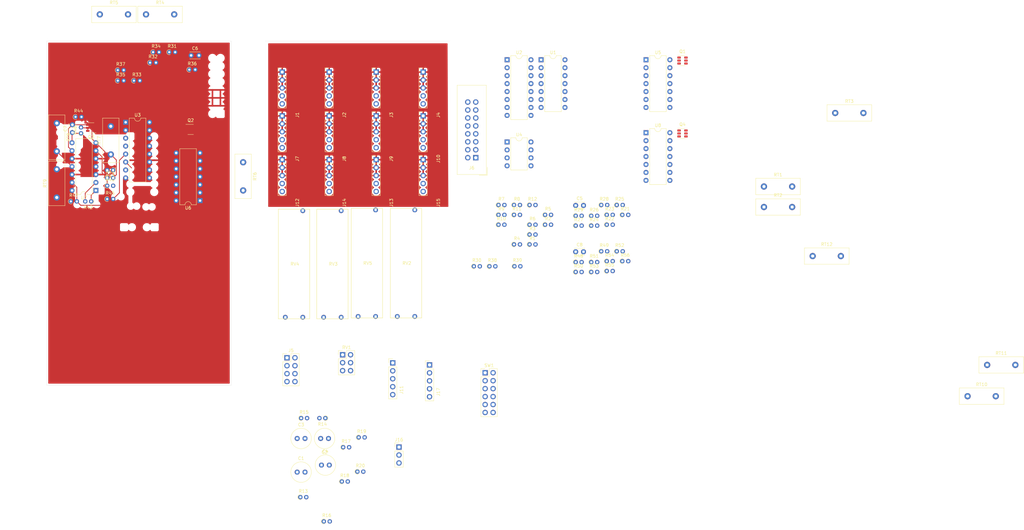
<source format=kicad_pcb>
(kicad_pcb (version 20171130) (host pcbnew "(5.1.6-0-10_14)")
  (layers (0 F.Cu signal) (31 B.Cu signal) (34 B.Paste user) (35 F.Paste user) (36 B.SilkS user) (37 F.SilkS user) (38 B.Mask user) (39 F.Mask user) (44 Edge.Cuts user))
  (net 0 "")
  (net 1 "Net-(C2-Pad2)")
  (net 2 "Net-(C2-Pad1)")
  (net 3 "Net-(C3-Pad2)")
  (net 4 "Net-(C3-Pad1)")
  (net 5 "Net-(C6-Pad2)")
  (net 6 "Net-(C6-Pad1)")
  (net 7 "Net-(C7-Pad2)")
  (net 8 "Net-(C7-Pad1)")
  (net 9 A_IN_DEFAULT)
  (net 10 A_IN)
  (net 11 GND)
  (net 12 B_IN_DEFAULT)
  (net 13 B_IN)
  (net 14 C_IN_DEFAULT)
  (net 15 C_IN)
  (net 16 D_IN_DEFAULT)
  (net 17 D_IN)
  (net 18 "Net-(J6-Pad15)")
  (net 19 "Net-(J6-Pad13)")
  (net 20 +5V)
  (net 21 +12VA)
  (net 22 -12VA)
  (net 23 A_CV_DEFAULT)
  (net 24 A_CV)
  (net 25 B_CV_DEFAULT)
  (net 26 B_CV)
  (net 27 C_CV_DEFAULT)
  (net 28 C_CV)
  (net 29 D_CV_DEFAULT)
  (net 30 D_CV)
  (net 31 HP_LEFT_OUT)
  (net 32 "Net-(Q2-Pad5)")
  (net 33 "Net-(Q2-Pad2)")
  (net 34 "Net-(Q2-Pad1)")
  (net 35 "Net-(Q3-Pad5)")
  (net 36 "Net-(Q3-Pad2)")
  (net 37 "Net-(Q3-Pad1)")
  (net 38 A_OUT)
  (net 39 L_MIX)
  (net 40 B_OUT)
  (net 41 R_MIX)
  (net 42 "Net-(R12-Pad1)")
  (net 43 C_OUT)
  (net 44 D_OUT)
  (net 45 HP_RIGHT_OUT)
  (net 46 "Net-(R31-Pad1)")
  (net 47 "Net-(R35-Pad1)")
  (net 48 "Net-(R45-Pad1)")
  (net 49 "Net-(J11-PadT)")
  (net 50 A_OUT_MIX)
  (net 51 C_OUT_MIX)
  (net 52 B_OUT_MIX)
  (net 53 D_OUT_MIX)
  (net 54 "Net-(J17-PadTN)")
  (net 55 "Net-(J17-PadSN)")
  (net 56 "Net-(R2-Pad1)")
  (net 57 "Net-(R4-Pad1)")
  (net 58 "Net-(R6-Pad1)")
  (net 59 "Net-(R8-Pad1)")
  (net 60 "Net-(R11-Pad1)")
  (net 61 "Net-(R32-Pad2)")
  (net 62 "Net-(R33-Pad1)")
  (net 63 "Net-(R48-Pad1)")
  (net 64 "Net-(RV1-Pad5)")
  (net 65 "Net-(RV1-Pad2)")
  (net 66 "Net-(U3-Pad15)")
  (net 67 "Net-(U3-Pad2)")
  (net 68 MAIN_LEFT_OUT)
  (net 69 MAIN_RIGHT_OUT)
  (net 70 "Net-(R38-Pad1)")
  (net 71 "Net-(C1-Pad2)")
  (net 72 "Net-(C1-Pad1)")
  (net 73 "Net-(C4-Pad2)")
  (net 74 "Net-(C4-Pad1)")
  (net 75 "Net-(C5-Pad2)")
  (net 76 "Net-(C5-Pad1)")
  (net 77 "Net-(C8-Pad2)")
  (net 78 "Net-(C8-Pad1)")
  (net 79 "Net-(R21-Pad1)")
  (net 80 "Net-(R22-Pad1)")
  (net 81 "Net-(R23-Pad2)")
  (net 82 "Net-(R24-Pad1)")
  (net 83 "Net-(Q1-Pad2)")
  (net 84 "Net-(R26-Pad1)")
  (net 85 "Net-(R27-Pad2)")
  (net 86 "Net-(R27-Pad1)")
  (net 87 "Net-(Q1-Pad5)")
  (net 88 "Net-(R29-Pad1)")
  (net 89 "Net-(R30-Pad1)")
  (net 90 "Net-(R36-Pad2)")
  (net 91 "Net-(R36-Pad1)")
  (net 92 "Net-(R39-Pad1)")
  (net 93 "Net-(R40-Pad1)")
  (net 94 "Net-(R41-Pad2)")
  (net 95 "Net-(R42-Pad1)")
  (net 96 "Net-(R44-Pad1)")
  (net 97 "Net-(R45-Pad2)")
  (net 98 "Net-(R47-Pad1)")
  (net 99 "Net-(R49-Pad1)")
  (net 100 "Net-(R50-Pad2)")
  (net 101 "Net-(R51-Pad1)")
  (net 102 "Net-(Q4-Pad2)")
  (net 103 "Net-(R53-Pad1)")
  (net 104 "Net-(R54-Pad2)")
  (net 105 "Net-(R54-Pad1)")
  (net 106 "Net-(Q4-Pad5)")
  (net 107 "Net-(R56-Pad1)")
  (net 108 "Net-(RT1-Pad2)")
  (net 109 "Net-(RT4-Pad2)")
  (net 110 "Net-(RT7-Pad2)")
  (net 111 "Net-(RT10-Pad2)")
  (net 112 "Net-(Q1-Pad1)")
  (net 113 "Net-(Q4-Pad1)")
  (net 114 "Net-(U2-Pad15)")
  (net 115 "Net-(U2-Pad2)")
  (module Resistor_THT:R_Box_L14.0mm_W5.0mm_P9.00mm (layer F.Cu) (at 330.3 99.22)
    (fp_text reference RT12 (at 4.5 -3.75) (layer F.SilkS))
    (fp_text value 10K)
    (pad 2 thru_hole circle (at 9 0) (size 2 2) (drill 1) (layers *.Cu *.Mask) (net 40 B_OUT))
    (pad 1 thru_hole circle (at 0 0) (size 2 2) (drill 1) (layers *.Cu *.Mask) (net 107 "Net-(R56-Pad1)"))
  )
  (module Resistor_THT:R_Box_L14.0mm_W5.0mm_P9.00mm (layer F.Cu) (at 386 134)
    (fp_text reference RT11 (at 4.5 -3.75) (layer F.SilkS))
    (fp_text value 5K)
    (pad 2 thru_hole circle (at 9 0) (size 2 2) (drill 1) (layers *.Cu *.Mask) (net 22 -12VA))
    (pad 1 thru_hole circle (at 0 0) (size 2 2) (drill 1) (layers *.Cu *.Mask) (net 103 "Net-(R53-Pad1)"))
  )
  (module Resistor_THT:R_Box_L14.0mm_W5.0mm_P9.00mm (layer F.Cu) (at 379.75 144)
    (fp_text reference RT10 (at 4.5 -3.75) (layer F.SilkS))
    (fp_text value 50K)
    (pad 2 thru_hole circle (at 9 0) (size 2 2) (drill 1) (layers *.Cu *.Mask) (net 111 "Net-(RT10-Pad2)"))
    (pad 1 thru_hole circle (at 0 0) (size 2 2) (drill 1) (layers *.Cu *.Mask) (net 100 "Net-(R50-Pad2)"))
  )
  (module Resistor_THT:R_Box_L14.0mm_W5.0mm_P9.00mm (layer F.Cu) (at 89 80.5 90)
    (fp_text reference RT9 (at 4.5 -3.75 90) (layer F.SilkS))
    (fp_text value 10K)
    (pad 2 thru_hole circle (at 9 0 90) (size 2 2) (drill 1) (layers *.Cu *.Mask) (net 44 D_OUT))
    (pad 1 thru_hole circle (at 0 0 90) (size 2 2) (drill 1) (layers *.Cu *.Mask) (net 98 "Net-(R47-Pad1)"))
  )
  (module Resistor_THT:R_Box_L14.0mm_W5.0mm_P9.00mm (layer F.Cu) (at 89 56.75 270)
    (fp_text reference RT8 (at 4.5 -3.75 90) (layer F.SilkS))
    (fp_text value 5K)
    (pad 2 thru_hole circle (at 9 0 270) (size 2 2) (drill 1) (layers *.Cu *.Mask) (net 22 -12VA))
    (pad 1 thru_hole circle (at 0 0 270) (size 2 2) (drill 1) (layers *.Cu *.Mask) (net 96 "Net-(R44-Pad1)"))
  )
  (module Resistor_THT:R_Box_L14.0mm_W5.0mm_P9.00mm (layer F.Cu) (at 106.25 66.75 90)
    (fp_text reference RT7 (at 4.5 -3.75 90) (layer F.SilkS))
    (fp_text value 50K)
    (pad 2 thru_hole circle (at 9 0 90) (size 2 2) (drill 1) (layers *.Cu *.Mask) (net 110 "Net-(RT7-Pad2)"))
    (pad 1 thru_hole circle (at 0 0 90) (size 2 2) (drill 1) (layers *.Cu *.Mask) (net 94 "Net-(R41-Pad2)"))
  )
  (module Resistor_THT:R_Box_L14.0mm_W5.0mm_P9.00mm (layer F.Cu) (at 148.5 69.25 270)
    (fp_text reference RT6 (at 4.5 -3.75 90) (layer F.SilkS))
    (fp_text value 10K)
    (pad 2 thru_hole circle (at 9 0 270) (size 2 2) (drill 1) (layers *.Cu *.Mask) (net 43 C_OUT))
    (pad 1 thru_hole circle (at 0 0 270) (size 2 2) (drill 1) (layers *.Cu *.Mask) (net 70 "Net-(R38-Pad1)"))
  )
  (module Resistor_THT:R_Box_L14.0mm_W5.0mm_P9.00mm (layer F.Cu) (at 102.75 22)
    (fp_text reference RT5 (at 4.5 -3.75) (layer F.SilkS))
    (fp_text value 5K)
    (pad 2 thru_hole circle (at 9 0) (size 2 2) (drill 1) (layers *.Cu *.Mask) (net 22 -12VA))
    (pad 1 thru_hole circle (at 0 0) (size 2 2) (drill 1) (layers *.Cu *.Mask) (net 47 "Net-(R35-Pad1)"))
  )
  (module Resistor_THT:R_Box_L14.0mm_W5.0mm_P9.00mm (layer F.Cu) (at 117.5 22)
    (fp_text reference RT4 (at 4.5 -3.75) (layer F.SilkS))
    (fp_text value 50K)
    (pad 2 thru_hole circle (at 9 0) (size 2 2) (drill 1) (layers *.Cu *.Mask) (net 109 "Net-(RT4-Pad2)"))
    (pad 1 thru_hole circle (at 0 0) (size 2 2) (drill 1) (layers *.Cu *.Mask) (net 61 "Net-(R32-Pad2)"))
  )
  (module Resistor_THT:R_Box_L14.0mm_W5.0mm_P9.00mm (layer F.Cu) (at 337.5 53.5)
    (fp_text reference RT3 (at 4.5 -3.75) (layer F.SilkS))
    (fp_text value 10K)
    (pad 2 thru_hole circle (at 9 0) (size 2 2) (drill 1) (layers *.Cu *.Mask) (net 38 A_OUT))
    (pad 1 thru_hole circle (at 0 0) (size 2 2) (drill 1) (layers *.Cu *.Mask) (net 88 "Net-(R29-Pad1)"))
  )
  (module Resistor_THT:R_Box_L14.0mm_W5.0mm_P9.00mm (layer F.Cu) (at 314.75 83.55)
    (fp_text reference RT2 (at 4.5 -3.75) (layer F.SilkS))
    (fp_text value 5K)
    (pad 2 thru_hole circle (at 9 0) (size 2 2) (drill 1) (layers *.Cu *.Mask) (net 22 -12VA))
    (pad 1 thru_hole circle (at 0 0) (size 2 2) (drill 1) (layers *.Cu *.Mask) (net 84 "Net-(R26-Pad1)"))
  )
  (module Resistor_THT:R_Box_L14.0mm_W5.0mm_P9.00mm (layer F.Cu) (at 314.75 77)
    (fp_text reference RT1 (at 4.5 -3.75) (layer F.SilkS))
    (fp_text value 50K)
    (pad 2 thru_hole circle (at 9 0) (size 2 2) (drill 1) (layers *.Cu *.Mask) (net 108 "Net-(RT1-Pad2)"))
    (pad 1 thru_hole circle (at 0 0) (size 2 2) (drill 1) (layers *.Cu *.Mask) (net 81 "Net-(R23-Pad2)"))
  )
  (module Capacitor_THT:C_Disc_D3.0mm_W2.0mm_P2.50mm (layer F.Cu) (at 254.65 97.85)
    (fp_text reference C8 (at 1.25 -2.25) (layer F.SilkS))
    (fp_text value 30p)
    (pad 2 thru_hole circle (at 2.5 0) (size 1.6 1.6) (drill 0.8) (layers *.Cu *.Mask) (net 77 "Net-(C8-Pad2)"))
    (pad 1 thru_hole circle (at 0 0) (size 1.6 1.6) (drill 0.8) (layers *.Cu *.Mask) (net 78 "Net-(C8-Pad1)"))
  )
  (module Capacitor_THT:C_Disc_D3.0mm_W2.0mm_P2.50mm (layer F.Cu) (at 94 59.75 90)
    (fp_text reference C7 (at 1.25 -2.25 90) (layer F.SilkS))
    (fp_text value 30p)
    (pad 2 thru_hole circle (at 2.5 0 90) (size 1.6 1.6) (drill 0.8) (layers *.Cu *.Mask) (net 7 "Net-(C7-Pad2)"))
    (pad 1 thru_hole circle (at 0 0 90) (size 1.6 1.6) (drill 0.8) (layers *.Cu *.Mask) (net 8 "Net-(C7-Pad1)"))
  )
  (module Capacitor_THT:C_Disc_D3.0mm_W2.0mm_P2.50mm (layer F.Cu) (at 131.895 35.11)
    (fp_text reference C6 (at 1.25 -2.25) (layer F.SilkS))
    (fp_text value 30p)
    (pad 2 thru_hole circle (at 2.5 0) (size 1.6 1.6) (drill 0.8) (layers *.Cu *.Mask) (net 5 "Net-(C6-Pad2)"))
    (pad 1 thru_hole circle (at 0 0) (size 1.6 1.6) (drill 0.8) (layers *.Cu *.Mask) (net 6 "Net-(C6-Pad1)"))
  )
  (module Capacitor_THT:C_Disc_D3.0mm_W2.0mm_P2.50mm (layer F.Cu) (at 254.65 83.05)
    (fp_text reference C5 (at 1.25 -2.25) (layer F.SilkS))
    (fp_text value 30p)
    (pad 2 thru_hole circle (at 2.5 0) (size 1.6 1.6) (drill 0.8) (layers *.Cu *.Mask) (net 75 "Net-(C5-Pad2)"))
    (pad 1 thru_hole circle (at 0 0) (size 1.6 1.6) (drill 0.8) (layers *.Cu *.Mask) (net 76 "Net-(C5-Pad1)"))
  )
  (module Package_DIP:DIP-14_W7.62mm (layer F.Cu) (at 277.1 59.8)
    (fp_text reference U8 (at 3.81 -2.33) (layer F.SilkS))
    (fp_text value TL074)
    (pad 14 thru_hole oval (at 7.62 0) (size 1.6 1.6) (drill 0.8) (layers *.Cu *.Mask) (net 40 B_OUT))
    (pad 7 thru_hole oval (at 0 15.24) (size 1.6 1.6) (drill 0.8) (layers *.Cu *.Mask) (net 102 "Net-(Q4-Pad2)"))
    (pad 13 thru_hole oval (at 7.62 2.54) (size 1.6 1.6) (drill 0.8) (layers *.Cu *.Mask) (net 105 "Net-(R54-Pad1)"))
    (pad 6 thru_hole oval (at 0 12.7) (size 1.6 1.6) (drill 0.8) (layers *.Cu *.Mask) (net 99 "Net-(R49-Pad1)"))
    (pad 12 thru_hole oval (at 7.62 5.08) (size 1.6 1.6) (drill 0.8) (layers *.Cu *.Mask) (net 11 GND))
    (pad 5 thru_hole oval (at 0 10.16) (size 1.6 1.6) (drill 0.8) (layers *.Cu *.Mask) (net 11 GND))
    (pad 11 thru_hole oval (at 7.62 7.62) (size 1.6 1.6) (drill 0.8) (layers *.Cu *.Mask) (net 22 -12VA))
    (pad 4 thru_hole oval (at 0 7.62) (size 1.6 1.6) (drill 0.8) (layers *.Cu *.Mask) (net 21 +12VA))
    (pad 10 thru_hole oval (at 7.62 10.16) (size 1.6 1.6) (drill 0.8) (layers *.Cu *.Mask) (net 11 GND))
    (pad 3 thru_hole oval (at 0 5.08) (size 1.6 1.6) (drill 0.8) (layers *.Cu *.Mask) (net 11 GND))
    (pad 9 thru_hole oval (at 7.62 12.7) (size 1.6 1.6) (drill 0.8) (layers *.Cu *.Mask) (net 77 "Net-(C8-Pad2)"))
    (pad 2 thru_hole oval (at 0 2.54) (size 1.6 1.6) (drill 0.8) (layers *.Cu *.Mask) (net 63 "Net-(R48-Pad1)"))
    (pad 8 thru_hole oval (at 7.62 15.24) (size 1.6 1.6) (drill 0.8) (layers *.Cu *.Mask) (net 78 "Net-(C8-Pad1)"))
    (pad 1 thru_hole rect (at 0 0) (size 1.6 1.6) (drill 0.8) (layers *.Cu *.Mask) (net 101 "Net-(R51-Pad1)"))
  )
  (module Package_DIP:DIP-14_W7.62mm (layer F.Cu) (at 101.5 78.25 180)
    (fp_text reference U7 (at 3.81 -2.33) (layer F.SilkS))
    (fp_text value TL074)
    (pad 14 thru_hole oval (at 7.62 0 180) (size 1.6 1.6) (drill 0.8) (layers *.Cu *.Mask) (net 44 D_OUT))
    (pad 7 thru_hole oval (at 0 15.24 180) (size 1.6 1.6) (drill 0.8) (layers *.Cu *.Mask) (net 36 "Net-(Q3-Pad2)"))
    (pad 13 thru_hole oval (at 7.62 2.54 180) (size 1.6 1.6) (drill 0.8) (layers *.Cu *.Mask) (net 48 "Net-(R45-Pad1)"))
    (pad 6 thru_hole oval (at 0 12.7 180) (size 1.6 1.6) (drill 0.8) (layers *.Cu *.Mask) (net 93 "Net-(R40-Pad1)"))
    (pad 12 thru_hole oval (at 7.62 5.08 180) (size 1.6 1.6) (drill 0.8) (layers *.Cu *.Mask) (net 11 GND))
    (pad 5 thru_hole oval (at 0 10.16 180) (size 1.6 1.6) (drill 0.8) (layers *.Cu *.Mask) (net 11 GND))
    (pad 11 thru_hole oval (at 7.62 7.62 180) (size 1.6 1.6) (drill 0.8) (layers *.Cu *.Mask) (net 22 -12VA))
    (pad 4 thru_hole oval (at 0 7.62 180) (size 1.6 1.6) (drill 0.8) (layers *.Cu *.Mask) (net 21 +12VA))
    (pad 10 thru_hole oval (at 7.62 10.16 180) (size 1.6 1.6) (drill 0.8) (layers *.Cu *.Mask) (net 11 GND))
    (pad 3 thru_hole oval (at 0 5.08 180) (size 1.6 1.6) (drill 0.8) (layers *.Cu *.Mask) (net 11 GND))
    (pad 9 thru_hole oval (at 7.62 12.7 180) (size 1.6 1.6) (drill 0.8) (layers *.Cu *.Mask) (net 7 "Net-(C7-Pad2)"))
    (pad 2 thru_hole oval (at 0 2.54 180) (size 1.6 1.6) (drill 0.8) (layers *.Cu *.Mask) (net 92 "Net-(R39-Pad1)"))
    (pad 8 thru_hole oval (at 7.62 15.24 180) (size 1.6 1.6) (drill 0.8) (layers *.Cu *.Mask) (net 8 "Net-(C7-Pad1)"))
    (pad 1 thru_hole rect (at 0 0 180) (size 1.6 1.6) (drill 0.8) (layers *.Cu *.Mask) (net 95 "Net-(R42-Pad1)"))
  )
  (module Package_DIP:DIP-14_W7.62mm (layer F.Cu) (at 134.75 81.5 180)
    (fp_text reference U6 (at 3.81 -2.33) (layer F.SilkS))
    (fp_text value TL074)
    (pad 14 thru_hole oval (at 7.62 0 180) (size 1.6 1.6) (drill 0.8) (layers *.Cu *.Mask) (net 43 C_OUT))
    (pad 7 thru_hole oval (at 0 15.24 180) (size 1.6 1.6) (drill 0.8) (layers *.Cu *.Mask) (net 33 "Net-(Q2-Pad2)"))
    (pad 13 thru_hole oval (at 7.62 2.54 180) (size 1.6 1.6) (drill 0.8) (layers *.Cu *.Mask) (net 91 "Net-(R36-Pad1)"))
    (pad 6 thru_hole oval (at 0 12.7 180) (size 1.6 1.6) (drill 0.8) (layers *.Cu *.Mask) (net 46 "Net-(R31-Pad1)"))
    (pad 12 thru_hole oval (at 7.62 5.08 180) (size 1.6 1.6) (drill 0.8) (layers *.Cu *.Mask) (net 11 GND))
    (pad 5 thru_hole oval (at 0 10.16 180) (size 1.6 1.6) (drill 0.8) (layers *.Cu *.Mask) (net 11 GND))
    (pad 11 thru_hole oval (at 7.62 7.62 180) (size 1.6 1.6) (drill 0.8) (layers *.Cu *.Mask) (net 22 -12VA))
    (pad 4 thru_hole oval (at 0 7.62 180) (size 1.6 1.6) (drill 0.8) (layers *.Cu *.Mask) (net 21 +12VA))
    (pad 10 thru_hole oval (at 7.62 10.16 180) (size 1.6 1.6) (drill 0.8) (layers *.Cu *.Mask) (net 11 GND))
    (pad 3 thru_hole oval (at 0 5.08 180) (size 1.6 1.6) (drill 0.8) (layers *.Cu *.Mask) (net 11 GND))
    (pad 9 thru_hole oval (at 7.62 12.7 180) (size 1.6 1.6) (drill 0.8) (layers *.Cu *.Mask) (net 5 "Net-(C6-Pad2)"))
    (pad 2 thru_hole oval (at 0 2.54 180) (size 1.6 1.6) (drill 0.8) (layers *.Cu *.Mask) (net 89 "Net-(R30-Pad1)"))
    (pad 8 thru_hole oval (at 7.62 15.24 180) (size 1.6 1.6) (drill 0.8) (layers *.Cu *.Mask) (net 6 "Net-(C6-Pad1)"))
    (pad 1 thru_hole rect (at 0 0 180) (size 1.6 1.6) (drill 0.8) (layers *.Cu *.Mask) (net 62 "Net-(R33-Pad1)"))
  )
  (module Package_DIP:DIP-14_W7.62mm (layer F.Cu) (at 277.1 36.5)
    (fp_text reference U5 (at 3.81 -2.33) (layer F.SilkS))
    (fp_text value TL074)
    (pad 14 thru_hole oval (at 7.62 0) (size 1.6 1.6) (drill 0.8) (layers *.Cu *.Mask) (net 38 A_OUT))
    (pad 7 thru_hole oval (at 0 15.24) (size 1.6 1.6) (drill 0.8) (layers *.Cu *.Mask) (net 83 "Net-(Q1-Pad2)"))
    (pad 13 thru_hole oval (at 7.62 2.54) (size 1.6 1.6) (drill 0.8) (layers *.Cu *.Mask) (net 86 "Net-(R27-Pad1)"))
    (pad 6 thru_hole oval (at 0 12.7) (size 1.6 1.6) (drill 0.8) (layers *.Cu *.Mask) (net 80 "Net-(R22-Pad1)"))
    (pad 12 thru_hole oval (at 7.62 5.08) (size 1.6 1.6) (drill 0.8) (layers *.Cu *.Mask) (net 11 GND))
    (pad 5 thru_hole oval (at 0 10.16) (size 1.6 1.6) (drill 0.8) (layers *.Cu *.Mask) (net 11 GND))
    (pad 11 thru_hole oval (at 7.62 7.62) (size 1.6 1.6) (drill 0.8) (layers *.Cu *.Mask) (net 22 -12VA))
    (pad 4 thru_hole oval (at 0 7.62) (size 1.6 1.6) (drill 0.8) (layers *.Cu *.Mask) (net 21 +12VA))
    (pad 10 thru_hole oval (at 7.62 10.16) (size 1.6 1.6) (drill 0.8) (layers *.Cu *.Mask) (net 11 GND))
    (pad 3 thru_hole oval (at 0 5.08) (size 1.6 1.6) (drill 0.8) (layers *.Cu *.Mask) (net 11 GND))
    (pad 9 thru_hole oval (at 7.62 12.7) (size 1.6 1.6) (drill 0.8) (layers *.Cu *.Mask) (net 75 "Net-(C5-Pad2)"))
    (pad 2 thru_hole oval (at 0 2.54) (size 1.6 1.6) (drill 0.8) (layers *.Cu *.Mask) (net 79 "Net-(R21-Pad1)"))
    (pad 8 thru_hole oval (at 7.62 15.24) (size 1.6 1.6) (drill 0.8) (layers *.Cu *.Mask) (net 76 "Net-(C5-Pad1)"))
    (pad 1 thru_hole rect (at 0 0) (size 1.6 1.6) (drill 0.8) (layers *.Cu *.Mask) (net 82 "Net-(R24-Pad1)"))
  )
  (module Package_DIP:DIP-8_W7.62mm (layer F.Cu) (at 232.76 62.76)
    (fp_text reference U4 (at 3.81 -2.33) (layer F.SilkS))
    (fp_text value TL072)
    (pad 8 thru_hole oval (at 7.62 0) (size 1.6 1.6) (drill 0.8) (layers *.Cu *.Mask) (net 21 +12VA))
    (pad 4 thru_hole oval (at 0 7.62) (size 1.6 1.6) (drill 0.8) (layers *.Cu *.Mask) (net 22 -12VA))
    (pad 7 thru_hole oval (at 7.62 2.54) (size 1.6 1.6) (drill 0.8) (layers *.Cu *.Mask) (net 42 "Net-(R12-Pad1)"))
    (pad 3 thru_hole oval (at 0 5.08) (size 1.6 1.6) (drill 0.8) (layers *.Cu *.Mask) (net 11 GND))
    (pad 6 thru_hole oval (at 7.62 5.08) (size 1.6 1.6) (drill 0.8) (layers *.Cu *.Mask) (net 11 GND))
    (pad 2 thru_hole oval (at 0 2.54) (size 1.6 1.6) (drill 0.8) (layers *.Cu *.Mask) (net 39 L_MIX))
    (pad 5 thru_hole oval (at 7.62 7.62) (size 1.6 1.6) (drill 0.8) (layers *.Cu *.Mask) (net 41 R_MIX))
    (pad 1 thru_hole rect (at 0 0) (size 1.6 1.6) (drill 0.8) (layers *.Cu *.Mask) (net 60 "Net-(R11-Pad1)"))
  )
  (module Package_DIP:DIP-16_W7.62mm (layer F.Cu) (at 111 56.47)
    (fp_text reference U3 (at 3.81 -2.33) (layer F.SilkS))
    (fp_text value LM13700)
    (pad 16 thru_hole oval (at 7.62 0) (size 1.6 1.6) (drill 0.8) (layers *.Cu *.Mask) (net 34 "Net-(Q2-Pad1)"))
    (pad 8 thru_hole oval (at 0 17.78) (size 1.6 1.6) (drill 0.8) (layers *.Cu *.Mask) (net 3 "Net-(C3-Pad2)"))
    (pad 15 thru_hole oval (at 7.62 2.54) (size 1.6 1.6) (drill 0.8) (layers *.Cu *.Mask) (net 66 "Net-(U3-Pad15)"))
    (pad 7 thru_hole oval (at 0 15.24) (size 1.6 1.6) (drill 0.8) (layers *.Cu *.Mask) (net 64 "Net-(RV1-Pad5)"))
    (pad 14 thru_hole oval (at 7.62 5.08) (size 1.6 1.6) (drill 0.8) (layers *.Cu *.Mask) (net 62 "Net-(R33-Pad1)"))
    (pad 6 thru_hole oval (at 0 12.7) (size 1.6 1.6) (drill 0.8) (layers *.Cu *.Mask) (net 22 -12VA))
    (pad 13 thru_hole oval (at 7.62 7.62) (size 1.6 1.6) (drill 0.8) (layers *.Cu *.Mask) (net 11 GND))
    (pad 5 thru_hole oval (at 0 10.16) (size 1.6 1.6) (drill 0.8) (layers *.Cu *.Mask) (net 97 "Net-(R45-Pad2)"))
    (pad 12 thru_hole oval (at 7.62 10.16) (size 1.6 1.6) (drill 0.8) (layers *.Cu *.Mask) (net 90 "Net-(R36-Pad2)"))
    (pad 4 thru_hole oval (at 0 7.62) (size 1.6 1.6) (drill 0.8) (layers *.Cu *.Mask) (net 11 GND))
    (pad 11 thru_hole oval (at 7.62 12.7) (size 1.6 1.6) (drill 0.8) (layers *.Cu *.Mask) (net 21 +12VA))
    (pad 3 thru_hole oval (at 0 5.08) (size 1.6 1.6) (drill 0.8) (layers *.Cu *.Mask) (net 95 "Net-(R42-Pad1)"))
    (pad 10 thru_hole oval (at 7.62 15.24) (size 1.6 1.6) (drill 0.8) (layers *.Cu *.Mask) (net 64 "Net-(RV1-Pad5)"))
    (pad 2 thru_hole oval (at 0 2.54) (size 1.6 1.6) (drill 0.8) (layers *.Cu *.Mask) (net 67 "Net-(U3-Pad2)"))
    (pad 9 thru_hole oval (at 7.62 17.78) (size 1.6 1.6) (drill 0.8) (layers *.Cu *.Mask) (net 1 "Net-(C2-Pad2)"))
    (pad 1 thru_hole rect (at 0 0) (size 1.6 1.6) (drill 0.8) (layers *.Cu *.Mask) (net 37 "Net-(Q3-Pad1)"))
  )
  (module Package_DIP:DIP-16_W7.62mm (layer F.Cu) (at 232.76 36.5)
    (fp_text reference U2 (at 3.81 -2.33) (layer F.SilkS))
    (fp_text value LM13700)
    (pad 16 thru_hole oval (at 7.62 0) (size 1.6 1.6) (drill 0.8) (layers *.Cu *.Mask) (net 112 "Net-(Q1-Pad1)"))
    (pad 8 thru_hole oval (at 0 17.78) (size 1.6 1.6) (drill 0.8) (layers *.Cu *.Mask) (net 73 "Net-(C4-Pad2)"))
    (pad 15 thru_hole oval (at 7.62 2.54) (size 1.6 1.6) (drill 0.8) (layers *.Cu *.Mask) (net 114 "Net-(U2-Pad15)"))
    (pad 7 thru_hole oval (at 0 15.24) (size 1.6 1.6) (drill 0.8) (layers *.Cu *.Mask) (net 65 "Net-(RV1-Pad2)"))
    (pad 14 thru_hole oval (at 7.62 5.08) (size 1.6 1.6) (drill 0.8) (layers *.Cu *.Mask) (net 82 "Net-(R24-Pad1)"))
    (pad 6 thru_hole oval (at 0 12.7) (size 1.6 1.6) (drill 0.8) (layers *.Cu *.Mask) (net 22 -12VA))
    (pad 13 thru_hole oval (at 7.62 7.62) (size 1.6 1.6) (drill 0.8) (layers *.Cu *.Mask) (net 11 GND))
    (pad 5 thru_hole oval (at 0 10.16) (size 1.6 1.6) (drill 0.8) (layers *.Cu *.Mask) (net 104 "Net-(R54-Pad2)"))
    (pad 12 thru_hole oval (at 7.62 10.16) (size 1.6 1.6) (drill 0.8) (layers *.Cu *.Mask) (net 85 "Net-(R27-Pad2)"))
    (pad 4 thru_hole oval (at 0 7.62) (size 1.6 1.6) (drill 0.8) (layers *.Cu *.Mask) (net 11 GND))
    (pad 11 thru_hole oval (at 7.62 12.7) (size 1.6 1.6) (drill 0.8) (layers *.Cu *.Mask) (net 21 +12VA))
    (pad 3 thru_hole oval (at 0 5.08) (size 1.6 1.6) (drill 0.8) (layers *.Cu *.Mask) (net 101 "Net-(R51-Pad1)"))
    (pad 10 thru_hole oval (at 7.62 15.24) (size 1.6 1.6) (drill 0.8) (layers *.Cu *.Mask) (net 65 "Net-(RV1-Pad2)"))
    (pad 2 thru_hole oval (at 0 2.54) (size 1.6 1.6) (drill 0.8) (layers *.Cu *.Mask) (net 115 "Net-(U2-Pad2)"))
    (pad 9 thru_hole oval (at 7.62 17.78) (size 1.6 1.6) (drill 0.8) (layers *.Cu *.Mask) (net 71 "Net-(C1-Pad2)"))
    (pad 1 thru_hole rect (at 0 0) (size 1.6 1.6) (drill 0.8) (layers *.Cu *.Mask) (net 113 "Net-(Q4-Pad1)"))
  )
  (module Package_DIP:DIP-14_W7.62mm (layer F.Cu) (at 243.61 36.5)
    (fp_text reference U1 (at 3.81 -2.33) (layer F.SilkS))
    (fp_text value TL074)
    (pad 14 thru_hole oval (at 7.62 0) (size 1.6 1.6) (drill 0.8) (layers *.Cu *.Mask) (net 29 D_CV_DEFAULT))
    (pad 7 thru_hole oval (at 0 15.24) (size 1.6 1.6) (drill 0.8) (layers *.Cu *.Mask) (net 25 B_CV_DEFAULT))
    (pad 13 thru_hole oval (at 7.62 2.54) (size 1.6 1.6) (drill 0.8) (layers *.Cu *.Mask) (net 29 D_CV_DEFAULT))
    (pad 6 thru_hole oval (at 0 12.7) (size 1.6 1.6) (drill 0.8) (layers *.Cu *.Mask) (net 25 B_CV_DEFAULT))
    (pad 12 thru_hole oval (at 7.62 5.08) (size 1.6 1.6) (drill 0.8) (layers *.Cu *.Mask) (net 28 C_CV))
    (pad 5 thru_hole oval (at 0 10.16) (size 1.6 1.6) (drill 0.8) (layers *.Cu *.Mask) (net 24 A_CV))
    (pad 11 thru_hole oval (at 7.62 7.62) (size 1.6 1.6) (drill 0.8) (layers *.Cu *.Mask) (net 22 -12VA))
    (pad 4 thru_hole oval (at 0 7.62) (size 1.6 1.6) (drill 0.8) (layers *.Cu *.Mask) (net 21 +12VA))
    (pad 10 thru_hole oval (at 7.62 10.16) (size 1.6 1.6) (drill 0.8) (layers *.Cu *.Mask) (net 26 B_CV))
    (pad 3 thru_hole oval (at 0 5.08) (size 1.6 1.6) (drill 0.8) (layers *.Cu *.Mask) (net 20 +5V))
    (pad 9 thru_hole oval (at 7.62 12.7) (size 1.6 1.6) (drill 0.8) (layers *.Cu *.Mask) (net 27 C_CV_DEFAULT))
    (pad 2 thru_hole oval (at 0 2.54) (size 1.6 1.6) (drill 0.8) (layers *.Cu *.Mask) (net 23 A_CV_DEFAULT))
    (pad 8 thru_hole oval (at 7.62 15.24) (size 1.6 1.6) (drill 0.8) (layers *.Cu *.Mask) (net 27 C_CV_DEFAULT))
    (pad 1 thru_hole rect (at 0 0) (size 1.6 1.6) (drill 0.8) (layers *.Cu *.Mask) (net 23 A_CV_DEFAULT))
  )
  (module Connector_PinHeader_2.54mm:PinHeader_2x06_P2.54mm_Vertical (layer F.Cu) (at 225.75 136.5)
    (fp_text reference SW1 (at 1.27 -2.33) (layer F.SilkS))
    (fp_text value SW_STEREO_SPLIT)
    (pad 12 thru_hole oval (at 2.54 12.7) (size 1.7 1.7) (drill 1) (layers *.Cu *.Mask) (net 39 L_MIX))
    (pad 11 thru_hole oval (at 0 12.7) (size 1.7 1.7) (drill 1) (layers *.Cu *.Mask) (net 59 "Net-(R8-Pad1)"))
    (pad 10 thru_hole oval (at 2.54 10.16) (size 1.7 1.7) (drill 1) (layers *.Cu *.Mask) (net 41 R_MIX))
    (pad 9 thru_hole oval (at 0 10.16) (size 1.7 1.7) (drill 1) (layers *.Cu *.Mask) (net 41 R_MIX))
    (pad 8 thru_hole oval (at 2.54 7.62) (size 1.7 1.7) (drill 1) (layers *.Cu *.Mask) (net 58 "Net-(R6-Pad1)"))
    (pad 7 thru_hole oval (at 0 7.62) (size 1.7 1.7) (drill 1) (layers *.Cu *.Mask) (net 39 L_MIX))
    (pad 6 thru_hole oval (at 2.54 5.08) (size 1.7 1.7) (drill 1) (layers *.Cu *.Mask) (net 39 L_MIX))
    (pad 5 thru_hole oval (at 0 5.08) (size 1.7 1.7) (drill 1) (layers *.Cu *.Mask) (net 57 "Net-(R4-Pad1)"))
    (pad 4 thru_hole oval (at 2.54 2.54) (size 1.7 1.7) (drill 1) (layers *.Cu *.Mask) (net 41 R_MIX))
    (pad 3 thru_hole oval (at 0 2.54) (size 1.7 1.7) (drill 1) (layers *.Cu *.Mask) (net 41 R_MIX))
    (pad 2 thru_hole oval (at 2.54 0) (size 1.7 1.7) (drill 1) (layers *.Cu *.Mask) (net 56 "Net-(R2-Pad1)"))
    (pad 1 thru_hole rect (at 0 0) (size 1.7 1.7) (drill 1) (layers *.Cu *.Mask) (net 39 L_MIX))
  )
  (module Connector_PinHeader_2.54mm:PinHeader_2x03_P2.54mm_Vertical (layer F.Cu) (at 180.25 130.75)
    (fp_text reference RV1 (at 1.27 -2.33) (layer F.SilkS))
    (fp_text value R_MASTER_VOL)
    (pad 6 thru_hole oval (at 2.54 5.08) (size 1.7 1.7) (drill 1) (layers *.Cu *.Mask) (net 11 GND))
    (pad 5 thru_hole oval (at 0 5.08) (size 1.7 1.7) (drill 1) (layers *.Cu *.Mask) (net 64 "Net-(RV1-Pad5)"))
    (pad 4 thru_hole oval (at 2.54 2.54) (size 1.7 1.7) (drill 1) (layers *.Cu *.Mask) (net 42 "Net-(R12-Pad1)"))
    (pad 3 thru_hole oval (at 0 2.54) (size 1.7 1.7) (drill 1) (layers *.Cu *.Mask) (net 11 GND))
    (pad 2 thru_hole oval (at 2.54 0) (size 1.7 1.7) (drill 1) (layers *.Cu *.Mask) (net 65 "Net-(RV1-Pad2)"))
    (pad 1 thru_hole rect (at 0 0) (size 1.7 1.7) (drill 1) (layers *.Cu *.Mask) (net 60 "Net-(R11-Pad1)"))
  )
  (module Package_TO_SOT_SMD:SOT-23-6 (layer F.Cu) (at 288.75 60.05)
    (fp_text reference Q4 (at 0 -2.9) (layer F.SilkS))
    (fp_text value DMMT5401)
    (pad 5 smd rect (at 1.1 0) (size 1.06 0.65) (layers F.Cu F.Paste F.Mask) (net 106 "Net-(Q4-Pad5)"))
    (pad 6 smd rect (at 1.1 -0.95) (size 1.06 0.65) (layers F.Cu F.Paste F.Mask) (net 106 "Net-(Q4-Pad5)"))
    (pad 4 smd rect (at 1.1 0.95) (size 1.06 0.65) (layers F.Cu F.Paste F.Mask) (net 77 "Net-(C8-Pad2)"))
    (pad 3 smd rect (at -1.1 0.95) (size 1.06 0.65) (layers F.Cu F.Paste F.Mask) (net 11 GND))
    (pad 2 smd rect (at -1.1 0) (size 1.06 0.65) (layers F.Cu F.Paste F.Mask) (net 102 "Net-(Q4-Pad2)"))
    (pad 1 smd rect (at -1.1 -0.95) (size 1.06 0.65) (layers F.Cu F.Paste F.Mask) (net 113 "Net-(Q4-Pad1)"))
  )
  (module Package_TO_SOT_SMD:SOT-23-6 (layer F.Cu) (at 100 58.25 180)
    (fp_text reference Q3 (at 0 -2.9) (layer F.SilkS))
    (fp_text value DMMT5401)
    (pad 5 smd rect (at 1.1 0 180) (size 1.06 0.65) (layers F.Cu F.Paste F.Mask) (net 35 "Net-(Q3-Pad5)"))
    (pad 6 smd rect (at 1.1 -0.95 180) (size 1.06 0.65) (layers F.Cu F.Paste F.Mask) (net 35 "Net-(Q3-Pad5)"))
    (pad 4 smd rect (at 1.1 0.95 180) (size 1.06 0.65) (layers F.Cu F.Paste F.Mask) (net 7 "Net-(C7-Pad2)"))
    (pad 3 smd rect (at -1.1 0.95 180) (size 1.06 0.65) (layers F.Cu F.Paste F.Mask) (net 11 GND))
    (pad 2 smd rect (at -1.1 0 180) (size 1.06 0.65) (layers F.Cu F.Paste F.Mask) (net 36 "Net-(Q3-Pad2)"))
    (pad 1 smd rect (at -1.1 -0.95 180) (size 1.06 0.65) (layers F.Cu F.Paste F.Mask) (net 37 "Net-(Q3-Pad1)"))
  )
  (module Package_TO_SOT_SMD:SOT-23-6 (layer F.Cu) (at 131.75 58.75)
    (fp_text reference Q2 (at 0 -2.9) (layer F.SilkS))
    (fp_text value DMMT5401)
    (pad 5 smd rect (at 1.1 0) (size 1.06 0.65) (layers F.Cu F.Paste F.Mask) (net 32 "Net-(Q2-Pad5)"))
    (pad 6 smd rect (at 1.1 -0.95) (size 1.06 0.65) (layers F.Cu F.Paste F.Mask) (net 32 "Net-(Q2-Pad5)"))
    (pad 4 smd rect (at 1.1 0.95) (size 1.06 0.65) (layers F.Cu F.Paste F.Mask) (net 5 "Net-(C6-Pad2)"))
    (pad 3 smd rect (at -1.1 0.95) (size 1.06 0.65) (layers F.Cu F.Paste F.Mask) (net 11 GND))
    (pad 2 smd rect (at -1.1 0) (size 1.06 0.65) (layers F.Cu F.Paste F.Mask) (net 33 "Net-(Q2-Pad2)"))
    (pad 1 smd rect (at -1.1 -0.95) (size 1.06 0.65) (layers F.Cu F.Paste F.Mask) (net 34 "Net-(Q2-Pad1)"))
  )
  (module Package_TO_SOT_SMD:SOT-23-6 (layer F.Cu) (at 288.75 36.75)
    (fp_text reference Q1 (at 0 -2.9) (layer F.SilkS))
    (fp_text value DMMT5401)
    (pad 5 smd rect (at 1.1 0) (size 1.06 0.65) (layers F.Cu F.Paste F.Mask) (net 87 "Net-(Q1-Pad5)"))
    (pad 6 smd rect (at 1.1 -0.95) (size 1.06 0.65) (layers F.Cu F.Paste F.Mask) (net 87 "Net-(Q1-Pad5)"))
    (pad 4 smd rect (at 1.1 0.95) (size 1.06 0.65) (layers F.Cu F.Paste F.Mask) (net 75 "Net-(C5-Pad2)"))
    (pad 3 smd rect (at -1.1 0.95) (size 1.06 0.65) (layers F.Cu F.Paste F.Mask) (net 11 GND))
    (pad 2 smd rect (at -1.1 0) (size 1.06 0.65) (layers F.Cu F.Paste F.Mask) (net 83 "Net-(Q1-Pad2)"))
    (pad 1 smd rect (at -1.1 -0.95) (size 1.06 0.65) (layers F.Cu F.Paste F.Mask) (net 112 "Net-(Q1-Pad1)"))
  )
  (module Connector_PinHeader_2.54mm:PinHeader_1x03_P2.54mm_Vertical (layer F.Cu) (at 198.25 160.25)
    (fp_text reference J16 (at 0 -2.33) (layer F.SilkS))
    (fp_text value MAIN_OUT)
    (pad 3 thru_hole oval (at 0 5.08) (size 1.7 1.7) (drill 1) (layers *.Cu *.Mask))
    (pad 2 thru_hole oval (at 0 2.54) (size 1.7 1.7) (drill 1) (layers *.Cu *.Mask))
    (pad 1 thru_hole rect (at 0 0) (size 1.7 1.7) (drill 1) (layers *.Cu *.Mask))
  )
  (module Connector_PinHeader_2.54mm:PinHeader_2x04_P2.54mm_Vertical (layer F.Cu) (at 162.5 131.71)
    (fp_text reference J5 (at 1.27 -2.33) (layer F.SilkS))
    (fp_text value Conn_02x04_Counter_Clockwise)
    (pad 8 thru_hole oval (at 2.54 7.62) (size 1.7 1.7) (drill 1) (layers *.Cu *.Mask) (net 9 A_IN_DEFAULT))
    (pad 7 thru_hole oval (at 0 7.62) (size 1.7 1.7) (drill 1) (layers *.Cu *.Mask) (net 12 B_IN_DEFAULT))
    (pad 6 thru_hole oval (at 2.54 5.08) (size 1.7 1.7) (drill 1) (layers *.Cu *.Mask) (net 14 C_IN_DEFAULT))
    (pad 5 thru_hole oval (at 0 5.08) (size 1.7 1.7) (drill 1) (layers *.Cu *.Mask) (net 16 D_IN_DEFAULT))
    (pad 4 thru_hole oval (at 2.54 2.54) (size 1.7 1.7) (drill 1) (layers *.Cu *.Mask) (net 16 D_IN_DEFAULT))
    (pad 3 thru_hole oval (at 0 2.54) (size 1.7 1.7) (drill 1) (layers *.Cu *.Mask) (net 14 C_IN_DEFAULT))
    (pad 2 thru_hole oval (at 2.54 0) (size 1.7 1.7) (drill 1) (layers *.Cu *.Mask) (net 12 B_IN_DEFAULT))
    (pad 1 thru_hole rect (at 0 0) (size 1.7 1.7) (drill 1) (layers *.Cu *.Mask) (net 9 A_IN_DEFAULT))
  )
  (module Resistor_THT:R_Axial_DIN0204_L3.6mm_D1.6mm_P1.90mm_Vertical (layer F.Cu) (at 269.53 100.85)
    (fp_text reference R56 (at 0.95 -1.92) (layer F.SilkS))
    (fp_text value 22K)
    (pad 2 thru_hole oval (at 1.9 0) (size 1.4 1.4) (drill 0.7) (layers *.Cu *.Mask) (net 105 "Net-(R54-Pad1)"))
    (pad 1 thru_hole circle (at 0 0) (size 1.4 1.4) (drill 0.7) (layers *.Cu *.Mask) (net 107 "Net-(R56-Pad1)"))
  )
  (module Resistor_THT:R_Axial_DIN0204_L3.6mm_D1.6mm_P1.90mm_Vertical (layer F.Cu) (at 264.57 104)
    (fp_text reference R55 (at 0.95 -1.92) (layer F.SilkS))
    (fp_text value 5K)
    (pad 2 thru_hole oval (at 1.9 0) (size 1.4 1.4) (drill 0.7) (layers *.Cu *.Mask) (net 106 "Net-(Q4-Pad5)"))
    (pad 1 thru_hole circle (at 0 0) (size 1.4 1.4) (drill 0.7) (layers *.Cu *.Mask) (net 78 "Net-(C8-Pad1)"))
  )
  (module Resistor_THT:R_Axial_DIN0204_L3.6mm_D1.6mm_P1.90mm_Vertical (layer F.Cu) (at 264.57 100.85)
    (fp_text reference R54 (at 0.95 -1.92) (layer F.SilkS))
    (fp_text value 27K)
    (pad 2 thru_hole oval (at 1.9 0) (size 1.4 1.4) (drill 0.7) (layers *.Cu *.Mask) (net 104 "Net-(R54-Pad2)"))
    (pad 1 thru_hole circle (at 0 0) (size 1.4 1.4) (drill 0.7) (layers *.Cu *.Mask) (net 105 "Net-(R54-Pad1)"))
  )
  (module Resistor_THT:R_Axial_DIN0204_L3.6mm_D1.6mm_P1.90mm_Vertical (layer F.Cu) (at 259.61 104.3)
    (fp_text reference R53 (at 0.95 -1.92) (layer F.SilkS))
    (fp_text value 22K)
    (pad 2 thru_hole oval (at 1.9 0) (size 1.4 1.4) (drill 0.7) (layers *.Cu *.Mask) (net 77 "Net-(C8-Pad2)"))
    (pad 1 thru_hole circle (at 0 0) (size 1.4 1.4) (drill 0.7) (layers *.Cu *.Mask) (net 103 "Net-(R53-Pad1)"))
  )
  (module Resistor_THT:R_Axial_DIN0204_L3.6mm_D1.6mm_P1.90mm_Vertical (layer F.Cu) (at 267.76 97.7)
    (fp_text reference R52 (at 0.95 -1.92) (layer F.SilkS))
    (fp_text value 3K3)
    (pad 2 thru_hole oval (at 1.9 0) (size 1.4 1.4) (drill 0.7) (layers *.Cu *.Mask) (net 102 "Net-(Q4-Pad2)"))
    (pad 1 thru_hole circle (at 0 0) (size 1.4 1.4) (drill 0.7) (layers *.Cu *.Mask) (net 99 "Net-(R49-Pad1)"))
  )
  (module Resistor_THT:R_Axial_DIN0204_L3.6mm_D1.6mm_P1.90mm_Vertical (layer F.Cu) (at 259.61 101.15)
    (fp_text reference R51 (at 0.95 -1.92) (layer F.SilkS))
    (fp_text value 3K3)
    (pad 2 thru_hole oval (at 1.9 0) (size 1.4 1.4) (drill 0.7) (layers *.Cu *.Mask) (net 63 "Net-(R48-Pad1)"))
    (pad 1 thru_hole circle (at 0 0) (size 1.4 1.4) (drill 0.7) (layers *.Cu *.Mask) (net 101 "Net-(R51-Pad1)"))
  )
  (module Resistor_THT:R_Axial_DIN0204_L3.6mm_D1.6mm_P1.90mm_Vertical (layer F.Cu) (at 254.65 104.3)
    (fp_text reference R50 (at 0.95 -1.92) (layer F.SilkS))
    (fp_text value 270K)
    (pad 2 thru_hole oval (at 1.9 0) (size 1.4 1.4) (drill 0.7) (layers *.Cu *.Mask) (net 100 "Net-(R50-Pad2)"))
    (pad 1 thru_hole circle (at 0 0) (size 1.4 1.4) (drill 0.7) (layers *.Cu *.Mask) (net 99 "Net-(R49-Pad1)"))
  )
  (module Resistor_THT:R_Axial_DIN0204_L3.6mm_D1.6mm_P1.90mm_Vertical (layer F.Cu) (at 262.8 97.7)
    (fp_text reference R49 (at 0.95 -1.92) (layer F.SilkS))
    (fp_text value 120K)
    (pad 2 thru_hole oval (at 1.9 0) (size 1.4 1.4) (drill 0.7) (layers *.Cu *.Mask) (net 26 B_CV))
    (pad 1 thru_hole circle (at 0 0) (size 1.4 1.4) (drill 0.7) (layers *.Cu *.Mask) (net 99 "Net-(R49-Pad1)"))
  )
  (module Resistor_THT:R_Axial_DIN0204_L3.6mm_D1.6mm_P1.90mm_Vertical (layer F.Cu) (at 254.65 101.15)
    (fp_text reference R48 (at 0.95 -1.92) (layer F.SilkS))
    (fp_text value 820K)
    (pad 2 thru_hole oval (at 1.9 0) (size 1.4 1.4) (drill 0.7) (layers *.Cu *.Mask) (net 13 B_IN))
    (pad 1 thru_hole circle (at 0 0) (size 1.4 1.4) (drill 0.7) (layers *.Cu *.Mask) (net 63 "Net-(R48-Pad1)"))
  )
  (module Resistor_THT:R_Axial_DIN0204_L3.6mm_D1.6mm_P1.90mm_Vertical (layer F.Cu) (at 93.5 81.75)
    (fp_text reference R47 (at 0.95 -1.92) (layer F.SilkS))
    (fp_text value 22K)
    (pad 2 thru_hole oval (at 1.9 0) (size 1.4 1.4) (drill 0.7) (layers *.Cu *.Mask) (net 48 "Net-(R45-Pad1)"))
    (pad 1 thru_hole circle (at 0 0) (size 1.4 1.4) (drill 0.7) (layers *.Cu *.Mask) (net 98 "Net-(R47-Pad1)"))
  )
  (module Resistor_THT:R_Axial_DIN0204_L3.6mm_D1.6mm_P1.90mm_Vertical (layer F.Cu) (at 96.75 60 90)
    (fp_text reference R46 (at 0.95 -1.92 90) (layer F.SilkS))
    (fp_text value 5K)
    (pad 2 thru_hole oval (at 1.9 0 90) (size 1.4 1.4) (drill 0.7) (layers *.Cu *.Mask) (net 35 "Net-(Q3-Pad5)"))
    (pad 1 thru_hole circle (at 0 0 90) (size 1.4 1.4) (drill 0.7) (layers *.Cu *.Mask) (net 8 "Net-(C7-Pad1)"))
  )
  (module Resistor_THT:R_Axial_DIN0204_L3.6mm_D1.6mm_P1.90mm_Vertical (layer F.Cu) (at 105.1 81)
    (fp_text reference R45 (at 0.95 -1.92) (layer F.SilkS))
    (fp_text value 27K)
    (pad 2 thru_hole oval (at 1.9 0) (size 1.4 1.4) (drill 0.7) (layers *.Cu *.Mask) (net 97 "Net-(R45-Pad2)"))
    (pad 1 thru_hole circle (at 0 0) (size 1.4 1.4) (drill 0.7) (layers *.Cu *.Mask) (net 48 "Net-(R45-Pad1)"))
  )
  (module Resistor_THT:R_Axial_DIN0204_L3.6mm_D1.6mm_P1.90mm_Vertical (layer F.Cu) (at 95 54.75)
    (fp_text reference R44 (at 0.95 -1.92) (layer F.SilkS))
    (fp_text value 22K)
    (pad 2 thru_hole oval (at 1.9 0) (size 1.4 1.4) (drill 0.7) (layers *.Cu *.Mask) (net 7 "Net-(C7-Pad2)"))
    (pad 1 thru_hole circle (at 0 0) (size 1.4 1.4) (drill 0.7) (layers *.Cu *.Mask) (net 96 "Net-(R44-Pad1)"))
  )
  (module Resistor_THT:R_Axial_DIN0204_L3.6mm_D1.6mm_P1.90mm_Vertical (layer F.Cu) (at 107 71.75 180)
    (fp_text reference R43 (at 0.95 -1.92) (layer F.SilkS))
    (fp_text value 3K3)
    (pad 2 thru_hole oval (at 1.9 0 180) (size 1.4 1.4) (drill 0.7) (layers *.Cu *.Mask) (net 36 "Net-(Q3-Pad2)"))
    (pad 1 thru_hole circle (at 0 0 180) (size 1.4 1.4) (drill 0.7) (layers *.Cu *.Mask) (net 93 "Net-(R40-Pad1)"))
  )
  (module Resistor_THT:R_Axial_DIN0204_L3.6mm_D1.6mm_P1.90mm_Vertical (layer F.Cu) (at 100 81.75 180)
    (fp_text reference R42 (at 0.95 -1.92) (layer F.SilkS))
    (fp_text value 3K3)
    (pad 2 thru_hole oval (at 1.9 0 180) (size 1.4 1.4) (drill 0.7) (layers *.Cu *.Mask) (net 92 "Net-(R39-Pad1)"))
    (pad 1 thru_hole circle (at 0 0 180) (size 1.4 1.4) (drill 0.7) (layers *.Cu *.Mask) (net 95 "Net-(R42-Pad1)"))
  )
  (module Resistor_THT:R_Axial_DIN0204_L3.6mm_D1.6mm_P1.90mm_Vertical (layer F.Cu) (at 105.1 74.25)
    (fp_text reference R41 (at 0.95 -1.92) (layer F.SilkS))
    (fp_text value 270K)
    (pad 2 thru_hole oval (at 1.9 0) (size 1.4 1.4) (drill 0.7) (layers *.Cu *.Mask) (net 94 "Net-(R41-Pad2)"))
    (pad 1 thru_hole circle (at 0 0) (size 1.4 1.4) (drill 0.7) (layers *.Cu *.Mask) (net 93 "Net-(R40-Pad1)"))
  )
  (module Resistor_THT:R_Axial_DIN0204_L3.6mm_D1.6mm_P1.90mm_Vertical (layer F.Cu) (at 105.1 76.75)
    (fp_text reference R40 (at 0.95 -1.92) (layer F.SilkS))
    (fp_text value 120K)
    (pad 2 thru_hole oval (at 1.9 0) (size 1.4 1.4) (drill 0.7) (layers *.Cu *.Mask) (net 30 D_CV))
    (pad 1 thru_hole circle (at 0 0) (size 1.4 1.4) (drill 0.7) (layers *.Cu *.Mask) (net 93 "Net-(R40-Pad1)"))
  )
  (module Resistor_THT:R_Axial_DIN0204_L3.6mm_D1.6mm_P1.90mm_Vertical (layer F.Cu) (at 235.09 102.49)
    (fp_text reference R39 (at 0.95 -1.92) (layer F.SilkS))
    (fp_text value 820K)
    (pad 2 thru_hole oval (at 1.9 0) (size 1.4 1.4) (drill 0.7) (layers *.Cu *.Mask) (net 17 D_IN))
    (pad 1 thru_hole circle (at 0 0) (size 1.4 1.4) (drill 0.7) (layers *.Cu *.Mask) (net 92 "Net-(R39-Pad1)"))
  )
  (module Resistor_THT:R_Axial_DIN0204_L3.6mm_D1.6mm_P1.90mm_Vertical (layer F.Cu) (at 227.11 102.49)
    (fp_text reference R38 (at 0.95 -1.92) (layer F.SilkS))
    (fp_text value 22K)
    (pad 2 thru_hole oval (at 1.9 0) (size 1.4 1.4) (drill 0.7) (layers *.Cu *.Mask) (net 91 "Net-(R36-Pad1)"))
    (pad 1 thru_hole circle (at 0 0) (size 1.4 1.4) (drill 0.7) (layers *.Cu *.Mask) (net 70 "Net-(R38-Pad1)"))
  )
  (module Resistor_THT:R_Axial_DIN0204_L3.6mm_D1.6mm_P1.90mm_Vertical (layer F.Cu) (at 108.475 39.82)
    (fp_text reference R37 (at 0.95 -1.92) (layer F.SilkS))
    (fp_text value 5K)
    (pad 2 thru_hole oval (at 1.9 0) (size 1.4 1.4) (drill 0.7) (layers *.Cu *.Mask) (net 32 "Net-(Q2-Pad5)"))
    (pad 1 thru_hole circle (at 0 0) (size 1.4 1.4) (drill 0.7) (layers *.Cu *.Mask) (net 6 "Net-(C6-Pad1)"))
  )
  (module Resistor_THT:R_Axial_DIN0204_L3.6mm_D1.6mm_P1.90mm_Vertical (layer F.Cu) (at 131.31 39.66)
    (fp_text reference R36 (at 0.95 -1.92) (layer F.SilkS))
    (fp_text value 27K)
    (pad 2 thru_hole oval (at 1.9 0) (size 1.4 1.4) (drill 0.7) (layers *.Cu *.Mask) (net 90 "Net-(R36-Pad2)"))
    (pad 1 thru_hole circle (at 0 0) (size 1.4 1.4) (drill 0.7) (layers *.Cu *.Mask) (net 91 "Net-(R36-Pad1)"))
  )
  (module Resistor_THT:R_Axial_DIN0204_L3.6mm_D1.6mm_P1.90mm_Vertical (layer F.Cu) (at 108.475 43.17)
    (fp_text reference R35 (at 0.95 -1.92) (layer F.SilkS))
    (fp_text value 22K)
    (pad 2 thru_hole oval (at 1.9 0) (size 1.4 1.4) (drill 0.7) (layers *.Cu *.Mask) (net 5 "Net-(C6-Pad2)"))
    (pad 1 thru_hole circle (at 0 0) (size 1.4 1.4) (drill 0.7) (layers *.Cu *.Mask) (net 47 "Net-(R35-Pad1)"))
  )
  (module Resistor_THT:R_Axial_DIN0204_L3.6mm_D1.6mm_P1.90mm_Vertical (layer F.Cu) (at 119.755 34.07)
    (fp_text reference R34 (at 0.95 -1.92) (layer F.SilkS))
    (fp_text value 3K3)
    (pad 2 thru_hole oval (at 1.9 0) (size 1.4 1.4) (drill 0.7) (layers *.Cu *.Mask) (net 33 "Net-(Q2-Pad2)"))
    (pad 1 thru_hole circle (at 0 0) (size 1.4 1.4) (drill 0.7) (layers *.Cu *.Mask) (net 46 "Net-(R31-Pad1)"))
  )
  (module Resistor_THT:R_Axial_DIN0204_L3.6mm_D1.6mm_P1.90mm_Vertical (layer F.Cu) (at 113.625 43.17)
    (fp_text reference R33 (at 0.95 -1.92) (layer F.SilkS))
    (fp_text value 3K3)
    (pad 2 thru_hole oval (at 1.9 0) (size 1.4 1.4) (drill 0.7) (layers *.Cu *.Mask) (net 89 "Net-(R30-Pad1)"))
    (pad 1 thru_hole circle (at 0 0) (size 1.4 1.4) (drill 0.7) (layers *.Cu *.Mask) (net 62 "Net-(R33-Pad1)"))
  )
  (module Resistor_THT:R_Axial_DIN0204_L3.6mm_D1.6mm_P1.90mm_Vertical (layer F.Cu) (at 118.775 37.42)
    (fp_text reference R32 (at 0.95 -1.92) (layer F.SilkS))
    (fp_text value 270K)
    (pad 2 thru_hole oval (at 1.9 0) (size 1.4 1.4) (drill 0.7) (layers *.Cu *.Mask) (net 61 "Net-(R32-Pad2)"))
    (pad 1 thru_hole circle (at 0 0) (size 1.4 1.4) (drill 0.7) (layers *.Cu *.Mask) (net 46 "Net-(R31-Pad1)"))
  )
  (module Resistor_THT:R_Axial_DIN0204_L3.6mm_D1.6mm_P1.90mm_Vertical (layer F.Cu) (at 124.905 34.07)
    (fp_text reference R31 (at 0.95 -1.92) (layer F.SilkS))
    (fp_text value 120K)
    (pad 2 thru_hole oval (at 1.9 0) (size 1.4 1.4) (drill 0.7) (layers *.Cu *.Mask) (net 28 C_CV))
    (pad 1 thru_hole circle (at 0 0) (size 1.4 1.4) (drill 0.7) (layers *.Cu *.Mask) (net 46 "Net-(R31-Pad1)"))
  )
  (module Resistor_THT:R_Axial_DIN0204_L3.6mm_D1.6mm_P1.90mm_Vertical (layer F.Cu) (at 222.15 102.49)
    (fp_text reference R30 (at 0.95 -1.92) (layer F.SilkS))
    (fp_text value 820K)
    (pad 2 thru_hole oval (at 1.9 0) (size 1.4 1.4) (drill 0.7) (layers *.Cu *.Mask) (net 15 C_IN))
    (pad 1 thru_hole circle (at 0 0) (size 1.4 1.4) (drill 0.7) (layers *.Cu *.Mask) (net 89 "Net-(R30-Pad1)"))
  )
  (module Resistor_THT:R_Axial_DIN0204_L3.6mm_D1.6mm_P1.90mm_Vertical (layer F.Cu) (at 254.65 86.35)
    (fp_text reference R29 (at 0.95 -1.92) (layer F.SilkS))
    (fp_text value 22K)
    (pad 2 thru_hole oval (at 1.9 0) (size 1.4 1.4) (drill 0.7) (layers *.Cu *.Mask) (net 86 "Net-(R27-Pad1)"))
    (pad 1 thru_hole circle (at 0 0) (size 1.4 1.4) (drill 0.7) (layers *.Cu *.Mask) (net 88 "Net-(R29-Pad1)"))
  )
  (module Resistor_THT:R_Axial_DIN0204_L3.6mm_D1.6mm_P1.90mm_Vertical (layer F.Cu) (at 262.8 82.9)
    (fp_text reference R28 (at 0.95 -1.92) (layer F.SilkS))
    (fp_text value 5K)
    (pad 2 thru_hole oval (at 1.9 0) (size 1.4 1.4) (drill 0.7) (layers *.Cu *.Mask) (net 87 "Net-(Q1-Pad5)"))
    (pad 1 thru_hole circle (at 0 0) (size 1.4 1.4) (drill 0.7) (layers *.Cu *.Mask) (net 76 "Net-(C5-Pad1)"))
  )
  (module Resistor_THT:R_Axial_DIN0204_L3.6mm_D1.6mm_P1.90mm_Vertical (layer F.Cu) (at 254.65 89.5)
    (fp_text reference R27 (at 0.95 -1.92) (layer F.SilkS))
    (fp_text value 27K)
    (pad 2 thru_hole oval (at 1.9 0) (size 1.4 1.4) (drill 0.7) (layers *.Cu *.Mask) (net 85 "Net-(R27-Pad2)"))
    (pad 1 thru_hole circle (at 0 0) (size 1.4 1.4) (drill 0.7) (layers *.Cu *.Mask) (net 86 "Net-(R27-Pad1)"))
  )
  (module Resistor_THT:R_Axial_DIN0204_L3.6mm_D1.6mm_P1.90mm_Vertical (layer F.Cu) (at 259.61 86.35)
    (fp_text reference R26 (at 0.95 -1.92) (layer F.SilkS))
    (fp_text value 22K)
    (pad 2 thru_hole oval (at 1.9 0) (size 1.4 1.4) (drill 0.7) (layers *.Cu *.Mask) (net 75 "Net-(C5-Pad2)"))
    (pad 1 thru_hole circle (at 0 0) (size 1.4 1.4) (drill 0.7) (layers *.Cu *.Mask) (net 84 "Net-(R26-Pad1)"))
  )
  (module Resistor_THT:R_Axial_DIN0204_L3.6mm_D1.6mm_P1.90mm_Vertical (layer F.Cu) (at 267.76 82.9)
    (fp_text reference R25 (at 0.95 -1.92) (layer F.SilkS))
    (fp_text value 3K3)
    (pad 2 thru_hole oval (at 1.9 0) (size 1.4 1.4) (drill 0.7) (layers *.Cu *.Mask) (net 83 "Net-(Q1-Pad2)"))
    (pad 1 thru_hole circle (at 0 0) (size 1.4 1.4) (drill 0.7) (layers *.Cu *.Mask) (net 80 "Net-(R22-Pad1)"))
  )
  (module Resistor_THT:R_Axial_DIN0204_L3.6mm_D1.6mm_P1.90mm_Vertical (layer F.Cu) (at 259.61 89.5)
    (fp_text reference R24 (at 0.95 -1.92) (layer F.SilkS))
    (fp_text value 3K3)
    (pad 2 thru_hole oval (at 1.9 0) (size 1.4 1.4) (drill 0.7) (layers *.Cu *.Mask) (net 79 "Net-(R21-Pad1)"))
    (pad 1 thru_hole circle (at 0 0) (size 1.4 1.4) (drill 0.7) (layers *.Cu *.Mask) (net 82 "Net-(R24-Pad1)"))
  )
  (module Resistor_THT:R_Axial_DIN0204_L3.6mm_D1.6mm_P1.90mm_Vertical (layer F.Cu) (at 264.57 86.05)
    (fp_text reference R23 (at 0.95 -1.92) (layer F.SilkS))
    (fp_text value 270K)
    (pad 2 thru_hole oval (at 1.9 0) (size 1.4 1.4) (drill 0.7) (layers *.Cu *.Mask) (net 81 "Net-(R23-Pad2)"))
    (pad 1 thru_hole circle (at 0 0) (size 1.4 1.4) (drill 0.7) (layers *.Cu *.Mask) (net 80 "Net-(R22-Pad1)"))
  )
  (module Resistor_THT:R_Axial_DIN0204_L3.6mm_D1.6mm_P1.90mm_Vertical (layer F.Cu) (at 264.57 89.2)
    (fp_text reference R22 (at 0.95 -1.92) (layer F.SilkS))
    (fp_text value 120K)
    (pad 2 thru_hole oval (at 1.9 0) (size 1.4 1.4) (drill 0.7) (layers *.Cu *.Mask) (net 24 A_CV))
    (pad 1 thru_hole circle (at 0 0) (size 1.4 1.4) (drill 0.7) (layers *.Cu *.Mask) (net 80 "Net-(R22-Pad1)"))
  )
  (module Resistor_THT:R_Axial_DIN0204_L3.6mm_D1.6mm_P1.90mm_Vertical (layer F.Cu) (at 269.53 86.05)
    (fp_text reference R21 (at 0.95 -1.92) (layer F.SilkS))
    (fp_text value 820K)
    (pad 2 thru_hole oval (at 1.9 0) (size 1.4 1.4) (drill 0.7) (layers *.Cu *.Mask) (net 10 A_IN))
    (pad 1 thru_hole circle (at 0 0) (size 1.4 1.4) (drill 0.7) (layers *.Cu *.Mask) (net 79 "Net-(R21-Pad1)"))
  )
  (module Resistor_THT:R_Axial_DIN0204_L3.6mm_D1.6mm_P1.90mm_Vertical (layer F.Cu) (at 184.96 168.1)
    (fp_text reference R20 (at 0.95 -1.92) (layer F.SilkS))
    (fp_text value 470)
    (pad 2 thru_hole oval (at 1.9 0) (size 1.4 1.4) (drill 0.7) (layers *.Cu *.Mask) (net 74 "Net-(C4-Pad1)"))
    (pad 1 thru_hole circle (at 0 0) (size 1.4 1.4) (drill 0.7) (layers *.Cu *.Mask) (net 31 HP_LEFT_OUT))
  )
  (module Resistor_THT:R_Axial_DIN0204_L3.6mm_D1.6mm_P1.90mm_Vertical (layer F.Cu) (at 185.38 157.15)
    (fp_text reference R19 (at 0.95 -1.92) (layer F.SilkS))
    (fp_text value 470)
    (pad 2 thru_hole oval (at 1.9 0) (size 1.4 1.4) (drill 0.7) (layers *.Cu *.Mask) (net 4 "Net-(C3-Pad1)"))
    (pad 1 thru_hole circle (at 0 0) (size 1.4 1.4) (drill 0.7) (layers *.Cu *.Mask) (net 45 HP_RIGHT_OUT))
  )
  (module Resistor_THT:R_Axial_DIN0204_L3.6mm_D1.6mm_P1.90mm_Vertical (layer F.Cu) (at 180 171.25)
    (fp_text reference R18 (at 0.95 -1.92) (layer F.SilkS))
    (fp_text value 470)
    (pad 2 thru_hole oval (at 1.9 0) (size 1.4 1.4) (drill 0.7) (layers *.Cu *.Mask) (net 2 "Net-(C2-Pad1)"))
    (pad 1 thru_hole circle (at 0 0) (size 1.4 1.4) (drill 0.7) (layers *.Cu *.Mask) (net 69 MAIN_RIGHT_OUT))
  )
  (module Resistor_THT:R_Axial_DIN0204_L3.6mm_D1.6mm_P1.90mm_Vertical (layer F.Cu) (at 180.42 160.3)
    (fp_text reference R17 (at 0.95 -1.92) (layer F.SilkS))
    (fp_text value 470)
    (pad 2 thru_hole oval (at 1.9 0) (size 1.4 1.4) (drill 0.7) (layers *.Cu *.Mask) (net 72 "Net-(C1-Pad1)"))
    (pad 1 thru_hole circle (at 0 0) (size 1.4 1.4) (drill 0.7) (layers *.Cu *.Mask) (net 68 MAIN_LEFT_OUT))
  )
  (module Resistor_THT:R_Axial_DIN0204_L3.6mm_D1.6mm_P1.90mm_Vertical (layer F.Cu) (at 174.25 184)
    (fp_text reference R16 (at 0.95 -1.92) (layer F.SilkS))
    (fp_text value 10K)
    (pad 2 thru_hole oval (at 1.9 0) (size 1.4 1.4) (drill 0.7) (layers *.Cu *.Mask) (net 22 -12VA))
    (pad 1 thru_hole circle (at 0 0) (size 1.4 1.4) (drill 0.7) (layers *.Cu *.Mask) (net 73 "Net-(C4-Pad2)"))
  )
  (module Resistor_THT:R_Axial_DIN0204_L3.6mm_D1.6mm_P1.90mm_Vertical (layer F.Cu) (at 167 151)
    (fp_text reference R15 (at 0.95 -1.92) (layer F.SilkS))
    (fp_text value 10K)
    (pad 2 thru_hole oval (at 1.9 0) (size 1.4 1.4) (drill 0.7) (layers *.Cu *.Mask) (net 22 -12VA))
    (pad 1 thru_hole circle (at 0 0) (size 1.4 1.4) (drill 0.7) (layers *.Cu *.Mask) (net 3 "Net-(C3-Pad2)"))
  )
  (module Resistor_THT:R_Axial_DIN0204_L3.6mm_D1.6mm_P1.90mm_Vertical (layer F.Cu) (at 174.75 151 180)
    (fp_text reference R14 (at 0.95 -1.92) (layer F.SilkS))
    (fp_text value 10K)
    (pad 2 thru_hole oval (at 1.9 0 180) (size 1.4 1.4) (drill 0.7) (layers *.Cu *.Mask) (net 22 -12VA))
    (pad 1 thru_hole circle (at 0 0 180) (size 1.4 1.4) (drill 0.7) (layers *.Cu *.Mask) (net 1 "Net-(C2-Pad2)"))
  )
  (module Resistor_THT:R_Axial_DIN0204_L3.6mm_D1.6mm_P1.90mm_Vertical (layer F.Cu) (at 166.75 176.25)
    (fp_text reference R13 (at 0.95 -1.92) (layer F.SilkS))
    (fp_text value 10K)
    (pad 2 thru_hole oval (at 1.9 0) (size 1.4 1.4) (drill 0.7) (layers *.Cu *.Mask) (net 22 -12VA))
    (pad 1 thru_hole circle (at 0 0) (size 1.4 1.4) (drill 0.7) (layers *.Cu *.Mask) (net 71 "Net-(C1-Pad2)"))
  )
  (module Resistor_THT:R_Axial_DIN0204_L3.6mm_D1.6mm_P1.90mm_Vertical (layer F.Cu) (at 239.92 82.9)
    (fp_text reference R12 (at 0.95 -1.92) (layer F.SilkS))
    (fp_text value 200K)
    (pad 2 thru_hole oval (at 1.9 0) (size 1.4 1.4) (drill 0.7) (layers *.Cu *.Mask) (net 41 R_MIX))
    (pad 1 thru_hole circle (at 0 0) (size 1.4 1.4) (drill 0.7) (layers *.Cu *.Mask) (net 42 "Net-(R12-Pad1)"))
  )
  (module Resistor_THT:R_Axial_DIN0204_L3.6mm_D1.6mm_P1.90mm_Vertical (layer F.Cu) (at 234.96 86.05)
    (fp_text reference R11 (at 0.95 -1.92) (layer F.SilkS))
    (fp_text value 200K)
    (pad 2 thru_hole oval (at 1.9 0) (size 1.4 1.4) (drill 0.7) (layers *.Cu *.Mask) (net 39 L_MIX))
    (pad 1 thru_hole circle (at 0 0) (size 1.4 1.4) (drill 0.7) (layers *.Cu *.Mask) (net 60 "Net-(R11-Pad1)"))
  )
  (module Resistor_THT:R_Axial_DIN0204_L3.6mm_D1.6mm_P1.90mm_Vertical (layer F.Cu) (at 230 89.2)
    (fp_text reference R10 (at 0.95 -1.92) (layer F.SilkS))
    (fp_text value 200K)
    (pad 2 thru_hole oval (at 1.9 0) (size 1.4 1.4) (drill 0.7) (layers *.Cu *.Mask) (net 49 "Net-(J11-PadT)"))
    (pad 1 thru_hole circle (at 0 0) (size 1.4 1.4) (drill 0.7) (layers *.Cu *.Mask) (net 39 L_MIX))
  )
  (module Resistor_THT:R_Axial_DIN0204_L3.6mm_D1.6mm_P1.90mm_Vertical (layer F.Cu) (at 230 86.05)
    (fp_text reference R9 (at 0.95 -1.92) (layer F.SilkS))
    (fp_text value 200K)
    (pad 2 thru_hole oval (at 1.9 0) (size 1.4 1.4) (drill 0.7) (layers *.Cu *.Mask) (net 49 "Net-(J11-PadT)"))
    (pad 1 thru_hole circle (at 0 0) (size 1.4 1.4) (drill 0.7) (layers *.Cu *.Mask) (net 41 R_MIX))
  )
  (module Resistor_THT:R_Axial_DIN0204_L3.6mm_D1.6mm_P1.90mm_Vertical (layer F.Cu) (at 234.96 82.9)
    (fp_text reference R8 (at 0.95 -1.92) (layer F.SilkS))
    (fp_text value 200K)
    (pad 2 thru_hole oval (at 1.9 0) (size 1.4 1.4) (drill 0.7) (layers *.Cu *.Mask) (net 53 D_OUT_MIX))
    (pad 1 thru_hole circle (at 0 0) (size 1.4 1.4) (drill 0.7) (layers *.Cu *.Mask) (net 59 "Net-(R8-Pad1)"))
  )
  (module Resistor_THT:R_Axial_DIN0204_L3.6mm_D1.6mm_P1.90mm_Vertical (layer F.Cu) (at 230 82.9)
    (fp_text reference R7 (at 0.95 -1.92) (layer F.SilkS))
    (fp_text value 200K)
    (pad 2 thru_hole oval (at 1.9 0) (size 1.4 1.4) (drill 0.7) (layers *.Cu *.Mask) (net 53 D_OUT_MIX))
    (pad 1 thru_hole circle (at 0 0) (size 1.4 1.4) (drill 0.7) (layers *.Cu *.Mask) (net 41 R_MIX))
  )
  (module Resistor_THT:R_Axial_DIN0204_L3.6mm_D1.6mm_P1.90mm_Vertical (layer F.Cu) (at 239.92 89.2)
    (fp_text reference R6 (at 0.95 -1.92) (layer F.SilkS))
    (fp_text value 200K)
    (pad 2 thru_hole oval (at 1.9 0) (size 1.4 1.4) (drill 0.7) (layers *.Cu *.Mask) (net 51 C_OUT_MIX))
    (pad 1 thru_hole circle (at 0 0) (size 1.4 1.4) (drill 0.7) (layers *.Cu *.Mask) (net 58 "Net-(R6-Pad1)"))
  )
  (module Resistor_THT:R_Axial_DIN0204_L3.6mm_D1.6mm_P1.90mm_Vertical (layer F.Cu) (at 244.88 86.05)
    (fp_text reference R5 (at 0.95 -1.92) (layer F.SilkS))
    (fp_text value 200K)
    (pad 2 thru_hole oval (at 1.9 0) (size 1.4 1.4) (drill 0.7) (layers *.Cu *.Mask) (net 51 C_OUT_MIX))
    (pad 1 thru_hole circle (at 0 0) (size 1.4 1.4) (drill 0.7) (layers *.Cu *.Mask) (net 39 L_MIX))
  )
  (module Resistor_THT:R_Axial_DIN0204_L3.6mm_D1.6mm_P1.90mm_Vertical (layer F.Cu) (at 234.96 95.5)
    (fp_text reference R4 (at 0.95 -1.92) (layer F.SilkS))
    (fp_text value 200K)
    (pad 2 thru_hole oval (at 1.9 0) (size 1.4 1.4) (drill 0.7) (layers *.Cu *.Mask) (net 52 B_OUT_MIX))
    (pad 1 thru_hole circle (at 0 0) (size 1.4 1.4) (drill 0.7) (layers *.Cu *.Mask) (net 57 "Net-(R4-Pad1)"))
  )
  (module Resistor_THT:R_Axial_DIN0204_L3.6mm_D1.6mm_P1.90mm_Vertical (layer F.Cu) (at 239.92 92.35)
    (fp_text reference R3 (at 0.95 -1.92) (layer F.SilkS))
    (fp_text value 200K)
    (pad 2 thru_hole oval (at 1.9 0) (size 1.4 1.4) (drill 0.7) (layers *.Cu *.Mask) (net 52 B_OUT_MIX))
    (pad 1 thru_hole circle (at 0 0) (size 1.4 1.4) (drill 0.7) (layers *.Cu *.Mask) (net 41 R_MIX))
  )
  (module Resistor_THT:R_Axial_DIN0204_L3.6mm_D1.6mm_P1.90mm_Vertical (layer F.Cu) (at 244.88 89.2)
    (fp_text reference R2 (at 0.95 -1.92) (layer F.SilkS))
    (fp_text value 200K)
    (pad 2 thru_hole oval (at 1.9 0) (size 1.4 1.4) (drill 0.7) (layers *.Cu *.Mask) (net 50 A_OUT_MIX))
    (pad 1 thru_hole circle (at 0 0) (size 1.4 1.4) (drill 0.7) (layers *.Cu *.Mask) (net 56 "Net-(R2-Pad1)"))
  )
  (module Resistor_THT:R_Axial_DIN0204_L3.6mm_D1.6mm_P1.90mm_Vertical (layer F.Cu) (at 239.92 95.5)
    (fp_text reference R1 (at 0.95 -1.92) (layer F.SilkS))
    (fp_text value 200K)
    (pad 2 thru_hole oval (at 1.9 0) (size 1.4 1.4) (drill 0.7) (layers *.Cu *.Mask) (net 50 A_OUT_MIX))
    (pad 1 thru_hole circle (at 0 0) (size 1.4 1.4) (drill 0.7) (layers *.Cu *.Mask) (net 39 L_MIX))
  )
  (module Capacitor_THT:C_Radial_D6.3mm_H5.0mm_P2.50mm (layer F.Cu) (at 173.5 166)
    (fp_text reference C4 (at 1.25 -4.4) (layer F.SilkS))
    (fp_text value 2.2u)
    (pad 2 thru_hole circle (at 2.5 0) (size 1.6 1.6) (drill 0.8) (layers *.Cu *.Mask) (net 73 "Net-(C4-Pad2)"))
    (pad 1 thru_hole circle (at 0 0) (size 1.6 1.6) (drill 0.8) (layers *.Cu *.Mask) (net 74 "Net-(C4-Pad1)"))
  )
  (module Capacitor_THT:C_Radial_D6.3mm_H5.0mm_P2.50mm (layer F.Cu) (at 165.75 157.5)
    (fp_text reference C3 (at 1.25 -4.4) (layer F.SilkS))
    (fp_text value 2.2u)
    (pad 2 thru_hole circle (at 2.5 0) (size 1.6 1.6) (drill 0.8) (layers *.Cu *.Mask) (net 3 "Net-(C3-Pad2)"))
    (pad 1 thru_hole circle (at 0 0) (size 1.6 1.6) (drill 0.8) (layers *.Cu *.Mask) (net 4 "Net-(C3-Pad1)"))
  )
  (module Capacitor_THT:C_Radial_D6.3mm_H5.0mm_P2.50mm (layer F.Cu) (at 175.75 157.5 180)
    (fp_text reference C2 (at 1.25 -4.4) (layer F.SilkS))
    (fp_text value 2.2u)
    (pad 2 thru_hole circle (at 2.5 0 180) (size 1.6 1.6) (drill 0.8) (layers *.Cu *.Mask) (net 1 "Net-(C2-Pad2)"))
    (pad 1 thru_hole circle (at 0 0 180) (size 1.6 1.6) (drill 0.8) (layers *.Cu *.Mask) (net 2 "Net-(C2-Pad1)"))
  )
  (module Capacitor_THT:C_Radial_D6.3mm_H5.0mm_P2.50mm (layer F.Cu) (at 165.75 168.25)
    (fp_text reference C1 (at 1.25 -4.4) (layer F.SilkS))
    (fp_text value 2.2u)
    (pad 2 thru_hole circle (at 2.5 0) (size 1.6 1.6) (drill 0.8) (layers *.Cu *.Mask) (net 71 "Net-(C1-Pad2)"))
    (pad 1 thru_hole circle (at 0 0) (size 1.6 1.6) (drill 0.8) (layers *.Cu *.Mask) (net 72 "Net-(C1-Pad1)"))
  )
  (module synth:slide_potentiometer_35mm (layer F.Cu) (at 188 101.5)
    (fp_text reference RV5 (at 0.25 0) (layer F.SilkS))
    (fp_text value 10K)
    (pad 3 thru_hole circle (at -2.794 17.018) (size 1.524 1.524) (drill 0.762) (layers *.Cu *.Mask) (net 22 -12VA))
    (pad 2 thru_hole circle (at 2.794 -17.018) (size 1.524 1.524) (drill 0.762) (layers *.Cu *.Mask) (net 111 "Net-(RT10-Pad2)"))
    (pad 1 thru_hole circle (at 2.794 17.018) (size 1.524 1.524) (drill 0.762) (layers *.Cu *.Mask) (net 11 GND))
  )
  (module synth:slide_potentiometer_35mm (layer F.Cu) (at 164.75 101.75)
    (fp_text reference RV4 (at 0.25 0) (layer F.SilkS))
    (fp_text value 10K)
    (pad 3 thru_hole circle (at -2.794 17.018) (size 1.524 1.524) (drill 0.762) (layers *.Cu *.Mask) (net 22 -12VA))
    (pad 2 thru_hole circle (at 2.794 -17.018) (size 1.524 1.524) (drill 0.762) (layers *.Cu *.Mask) (net 110 "Net-(RT7-Pad2)"))
    (pad 1 thru_hole circle (at 2.794 17.018) (size 1.524 1.524) (drill 0.762) (layers *.Cu *.Mask) (net 11 GND))
  )
  (module synth:slide_potentiometer_35mm (layer F.Cu) (at 177 101.75)
    (fp_text reference RV3 (at 0.25 0) (layer F.SilkS))
    (fp_text value 10K)
    (pad 3 thru_hole circle (at -2.794 17.018) (size 1.524 1.524) (drill 0.762) (layers *.Cu *.Mask) (net 22 -12VA))
    (pad 2 thru_hole circle (at 2.794 -17.018) (size 1.524 1.524) (drill 0.762) (layers *.Cu *.Mask) (net 109 "Net-(RT4-Pad2)"))
    (pad 1 thru_hole circle (at 2.794 17.018) (size 1.524 1.524) (drill 0.762) (layers *.Cu *.Mask) (net 11 GND))
  )
  (module synth:slide_potentiometer_35mm (layer F.Cu) (at 200.5 101.5)
    (fp_text reference RV2 (at 0.25 0) (layer F.SilkS))
    (fp_text value 10K)
    (pad 3 thru_hole circle (at -2.794 17.018) (size 1.524 1.524) (drill 0.762) (layers *.Cu *.Mask) (net 22 -12VA))
    (pad 2 thru_hole circle (at 2.794 -17.018) (size 1.524 1.524) (drill 0.762) (layers *.Cu *.Mask) (net 108 "Net-(RT1-Pad2)"))
    (pad 1 thru_hole circle (at 2.794 17.018) (size 1.524 1.524) (drill 0.762) (layers *.Cu *.Mask) (net 11 GND))
  )
  (module synth:3.5MM_Jack_Breakout_Vertical (layer F.Cu) (at 208 73.5)
    (fp_text reference J15 (at 2.794 8.636 90) (layer F.SilkS))
    (fp_text value D_OUT)
    (pad TN thru_hole oval (at -2.032 5.08) (size 1.7 1.7) (drill 1) (layers *.Cu *.Mask) (net 53 D_OUT_MIX))
    (pad T thru_hole oval (at -2.032 2.54) (size 1.7 1.7) (drill 1) (layers *.Cu *.Mask) (net 44 D_OUT))
    (pad SN thru_hole oval (at -2.032 0) (size 1.7 1.7) (drill 1) (layers *.Cu *.Mask) (net 11 GND))
    (pad S thru_hole oval (at -2.032 -2.54) (size 1.7 1.7) (drill 1) (layers *.Cu *.Mask) (net 11 GND))
    (pad G thru_hole rect (at -2.032 -5.08) (size 1.7 1.7) (drill 1) (layers *.Cu *.Mask) (net 11 GND))
  )
  (module synth:3.5MM_Jack_Breakout_Vertical (layer F.Cu) (at 193 73.5)
    (fp_text reference J13 (at 2.794 8.636 90) (layer F.SilkS))
    (fp_text value C_OUT)
    (pad TN thru_hole oval (at -2.032 5.08) (size 1.7 1.7) (drill 1) (layers *.Cu *.Mask) (net 51 C_OUT_MIX))
    (pad T thru_hole oval (at -2.032 2.54) (size 1.7 1.7) (drill 1) (layers *.Cu *.Mask) (net 43 C_OUT))
    (pad SN thru_hole oval (at -2.032 0) (size 1.7 1.7) (drill 1) (layers *.Cu *.Mask) (net 11 GND))
    (pad S thru_hole oval (at -2.032 -2.54) (size 1.7 1.7) (drill 1) (layers *.Cu *.Mask) (net 11 GND))
    (pad G thru_hole rect (at -2.032 -5.08) (size 1.7 1.7) (drill 1) (layers *.Cu *.Mask) (net 11 GND))
  )
  (module synth:3.5MM_Jack_Breakout_Vertical (layer F.Cu) (at 178 73.5)
    (fp_text reference J14 (at 2.794 8.636 90) (layer F.SilkS))
    (fp_text value B_OUT)
    (pad TN thru_hole oval (at -2.032 5.08) (size 1.7 1.7) (drill 1) (layers *.Cu *.Mask) (net 52 B_OUT_MIX))
    (pad T thru_hole oval (at -2.032 2.54) (size 1.7 1.7) (drill 1) (layers *.Cu *.Mask) (net 40 B_OUT))
    (pad SN thru_hole oval (at -2.032 0) (size 1.7 1.7) (drill 1) (layers *.Cu *.Mask) (net 11 GND))
    (pad S thru_hole oval (at -2.032 -2.54) (size 1.7 1.7) (drill 1) (layers *.Cu *.Mask) (net 11 GND))
    (pad G thru_hole rect (at -2.032 -5.08) (size 1.7 1.7) (drill 1) (layers *.Cu *.Mask) (net 11 GND))
  )
  (module synth:3.5MM_Jack_Breakout_Vertical (layer F.Cu) (at 163 73.5)
    (fp_text reference J12 (at 2.794 8.636 90) (layer F.SilkS))
    (fp_text value A_OUT)
    (pad TN thru_hole oval (at -2.032 5.08) (size 1.7 1.7) (drill 1) (layers *.Cu *.Mask) (net 50 A_OUT_MIX))
    (pad T thru_hole oval (at -2.032 2.54) (size 1.7 1.7) (drill 1) (layers *.Cu *.Mask) (net 38 A_OUT))
    (pad SN thru_hole oval (at -2.032 0) (size 1.7 1.7) (drill 1) (layers *.Cu *.Mask) (net 11 GND))
    (pad S thru_hole oval (at -2.032 -2.54) (size 1.7 1.7) (drill 1) (layers *.Cu *.Mask) (net 11 GND))
    (pad G thru_hole rect (at -2.032 -5.08) (size 1.7 1.7) (drill 1) (layers *.Cu *.Mask) (net 11 GND))
  )
  (module synth:3.5MM_Jack_Breakout_Vertical (layer F.Cu) (at 193 45.5)
    (fp_text reference J3 (at 2.794 8.636 90) (layer F.SilkS))
    (fp_text value CIN_Jack)
    (pad TN thru_hole oval (at -2.032 5.08) (size 1.7 1.7) (drill 1) (layers *.Cu *.Mask) (net 14 C_IN_DEFAULT))
    (pad T thru_hole oval (at -2.032 2.54) (size 1.7 1.7) (drill 1) (layers *.Cu *.Mask) (net 15 C_IN))
    (pad SN thru_hole oval (at -2.032 0) (size 1.7 1.7) (drill 1) (layers *.Cu *.Mask) (net 11 GND))
    (pad S thru_hole oval (at -2.032 -2.54) (size 1.7 1.7) (drill 1) (layers *.Cu *.Mask) (net 11 GND))
    (pad G thru_hole rect (at -2.032 -5.08) (size 1.7 1.7) (drill 1) (layers *.Cu *.Mask) (net 11 GND))
  )
  (module synth:3.5MM_Jack_Breakout_Vertical (layer F.Cu) (at 208 45.5)
    (fp_text reference J4 (at 2.794 8.636 90) (layer F.SilkS))
    (fp_text value DIN_Jack)
    (pad TN thru_hole oval (at -2.032 5.08) (size 1.7 1.7) (drill 1) (layers *.Cu *.Mask) (net 16 D_IN_DEFAULT))
    (pad T thru_hole oval (at -2.032 2.54) (size 1.7 1.7) (drill 1) (layers *.Cu *.Mask) (net 17 D_IN))
    (pad SN thru_hole oval (at -2.032 0) (size 1.7 1.7) (drill 1) (layers *.Cu *.Mask) (net 11 GND))
    (pad S thru_hole oval (at -2.032 -2.54) (size 1.7 1.7) (drill 1) (layers *.Cu *.Mask) (net 11 GND))
    (pad G thru_hole rect (at -2.032 -5.08) (size 1.7 1.7) (drill 1) (layers *.Cu *.Mask) (net 11 GND))
  )
  (module synth:3.5MM_Jack_Breakout_Vertical (layer F.Cu) (at 208 59.5)
    (fp_text reference J10 (at 2.794 8.636 90) (layer F.SilkS))
    (fp_text value DCV_Jack)
    (pad TN thru_hole oval (at -2.032 5.08) (size 1.7 1.7) (drill 1) (layers *.Cu *.Mask) (net 29 D_CV_DEFAULT))
    (pad T thru_hole oval (at -2.032 2.54) (size 1.7 1.7) (drill 1) (layers *.Cu *.Mask) (net 30 D_CV))
    (pad SN thru_hole oval (at -2.032 0) (size 1.7 1.7) (drill 1) (layers *.Cu *.Mask) (net 11 GND))
    (pad S thru_hole oval (at -2.032 -2.54) (size 1.7 1.7) (drill 1) (layers *.Cu *.Mask) (net 11 GND))
    (pad G thru_hole rect (at -2.032 -5.08) (size 1.7 1.7) (drill 1) (layers *.Cu *.Mask) (net 11 GND))
  )
  (module synth:3.5MM_Jack_Breakout_Vertical (layer F.Cu) (at 193 59.5)
    (fp_text reference J9 (at 2.794 8.636 90) (layer F.SilkS))
    (fp_text value CCV_Jack)
    (pad TN thru_hole oval (at -2.032 5.08) (size 1.7 1.7) (drill 1) (layers *.Cu *.Mask) (net 27 C_CV_DEFAULT))
    (pad T thru_hole oval (at -2.032 2.54) (size 1.7 1.7) (drill 1) (layers *.Cu *.Mask) (net 28 C_CV))
    (pad SN thru_hole oval (at -2.032 0) (size 1.7 1.7) (drill 1) (layers *.Cu *.Mask) (net 11 GND))
    (pad S thru_hole oval (at -2.032 -2.54) (size 1.7 1.7) (drill 1) (layers *.Cu *.Mask) (net 11 GND))
    (pad G thru_hole rect (at -2.032 -5.08) (size 1.7 1.7) (drill 1) (layers *.Cu *.Mask) (net 11 GND))
  )
  (module synth:3.5MM_Jack_Breakout_Vertical (layer F.Cu) (at 178 59.5)
    (fp_text reference J8 (at 2.794 8.636 90) (layer F.SilkS))
    (fp_text value BCV_Jack)
    (pad TN thru_hole oval (at -2.032 5.08) (size 1.7 1.7) (drill 1) (layers *.Cu *.Mask) (net 25 B_CV_DEFAULT))
    (pad T thru_hole oval (at -2.032 2.54) (size 1.7 1.7) (drill 1) (layers *.Cu *.Mask) (net 26 B_CV))
    (pad SN thru_hole oval (at -2.032 0) (size 1.7 1.7) (drill 1) (layers *.Cu *.Mask) (net 11 GND))
    (pad S thru_hole oval (at -2.032 -2.54) (size 1.7 1.7) (drill 1) (layers *.Cu *.Mask) (net 11 GND))
    (pad G thru_hole rect (at -2.032 -5.08) (size 1.7 1.7) (drill 1) (layers *.Cu *.Mask) (net 11 GND))
  )
  (module synth:3.5MM_Jack_Breakout_Vertical (layer F.Cu) (at 163 59.5)
    (fp_text reference J7 (at 2.794 8.636 90) (layer F.SilkS))
    (fp_text value ACV_Jack)
    (pad TN thru_hole oval (at -2.032 5.08) (size 1.7 1.7) (drill 1) (layers *.Cu *.Mask) (net 23 A_CV_DEFAULT))
    (pad T thru_hole oval (at -2.032 2.54) (size 1.7 1.7) (drill 1) (layers *.Cu *.Mask) (net 24 A_CV))
    (pad SN thru_hole oval (at -2.032 0) (size 1.7 1.7) (drill 1) (layers *.Cu *.Mask) (net 11 GND))
    (pad S thru_hole oval (at -2.032 -2.54) (size 1.7 1.7) (drill 1) (layers *.Cu *.Mask) (net 11 GND))
    (pad G thru_hole rect (at -2.032 -5.08) (size 1.7 1.7) (drill 1) (layers *.Cu *.Mask) (net 11 GND))
  )
  (module synth:3.5MM_Jack_Breakout_Vertical (layer F.Cu) (at 178 45.5)
    (fp_text reference J2 (at 2.794 8.636 90) (layer F.SilkS))
    (fp_text value BIN_Jack)
    (pad TN thru_hole oval (at -2.032 5.08) (size 1.7 1.7) (drill 1) (layers *.Cu *.Mask) (net 12 B_IN_DEFAULT))
    (pad T thru_hole oval (at -2.032 2.54) (size 1.7 1.7) (drill 1) (layers *.Cu *.Mask) (net 13 B_IN))
    (pad SN thru_hole oval (at -2.032 0) (size 1.7 1.7) (drill 1) (layers *.Cu *.Mask) (net 11 GND))
    (pad S thru_hole oval (at -2.032 -2.54) (size 1.7 1.7) (drill 1) (layers *.Cu *.Mask) (net 11 GND))
    (pad G thru_hole rect (at -2.032 -5.08) (size 1.7 1.7) (drill 1) (layers *.Cu *.Mask) (net 11 GND))
  )
  (module synth:3.5MM_Jack_Breakout_Vertical (layer F.Cu) (at 163 45.5)
    (fp_text reference J1 (at 2.794 8.636 90) (layer F.SilkS))
    (fp_text value AIN_Jack)
    (pad TN thru_hole oval (at -2.032 5.08) (size 1.7 1.7) (drill 1) (layers *.Cu *.Mask) (net 9 A_IN_DEFAULT))
    (pad T thru_hole oval (at -2.032 2.54) (size 1.7 1.7) (drill 1) (layers *.Cu *.Mask) (net 10 A_IN))
    (pad SN thru_hole oval (at -2.032 0) (size 1.7 1.7) (drill 1) (layers *.Cu *.Mask) (net 11 GND))
    (pad S thru_hole oval (at -2.032 -2.54) (size 1.7 1.7) (drill 1) (layers *.Cu *.Mask) (net 11 GND))
    (pad G thru_hole rect (at -2.032 -5.08) (size 1.7 1.7) (drill 1) (layers *.Cu *.Mask) (net 11 GND))
  )
  (module synth:3.5MM_Jack_Breakout_Vertical (layer F.Cu) (at 208 134)
    (fp_text reference J17 (at 2.794 8.636 90) (layer F.SilkS))
    (fp_text value HP_OUT)
    (pad TN thru_hole oval (at 0 10.16) (size 1.7 1.7) (drill 1) (layers *.Cu *.Mask) (net 54 "Net-(J17-PadTN)"))
    (pad T thru_hole oval (at 0 7.62) (size 1.7 1.7) (drill 1) (layers *.Cu *.Mask) (net 31 HP_LEFT_OUT))
    (pad SN thru_hole oval (at 0 5.08) (size 1.7 1.7) (drill 1) (layers *.Cu *.Mask) (net 55 "Net-(J17-PadSN)"))
    (pad S thru_hole oval (at 0 2.54) (size 1.7 1.7) (drill 1) (layers *.Cu *.Mask) (net 45 HP_RIGHT_OUT))
    (pad G thru_hole rect (at 0 0) (size 1.7 1.7) (drill 1) (layers *.Cu *.Mask) (net 11 GND))
  )
  (module synth:3.5MM_Jack_Breakout_Vertical (layer F.Cu) (at 196.25 133.34)
    (fp_text reference J11 (at 2.794 8.636 90) (layer F.SilkS))
    (fp_text value EXT_IN)
    (pad TN thru_hole oval (at 0 10.16) (size 1.7 1.7) (drill 1) (layers *.Cu *.Mask) (net 11 GND))
    (pad T thru_hole oval (at 0 7.62) (size 1.7 1.7) (drill 1) (layers *.Cu *.Mask) (net 49 "Net-(J11-PadT)"))
    (pad SN thru_hole oval (at 0 5.08) (size 1.7 1.7) (drill 1) (layers *.Cu *.Mask) (net 11 GND))
    (pad S thru_hole oval (at 0 2.54) (size 1.7 1.7) (drill 1) (layers *.Cu *.Mask) (net 11 GND))
    (pad G thru_hole rect (at 0 0) (size 1.7 1.7) (drill 1) (layers *.Cu *.Mask) (net 11 GND))
  )
  (module synth:EURORACK_16_IDC (layer F.Cu) (at 222.75 67.79 180)
    (fp_text reference J6 (at 1.27 -3.25) (layer F.SilkS))
    (fp_text value EURORACK_CONN_16)
    (pad 15 thru_hole oval (at 2.54 17.78 180) (size 1.7272 1.7272) (drill 1.016) (layers *.Cu *.Mask) (net 18 "Net-(J6-Pad15)"))
    (pad 15 thru_hole oval (at 0 17.78 180) (size 1.7272 1.7272) (drill 1.016) (layers *.Cu *.Mask) (net 18 "Net-(J6-Pad15)"))
    (pad 13 thru_hole oval (at 2.54 15.24 180) (size 1.7272 1.7272) (drill 1.016) (layers *.Cu *.Mask) (net 19 "Net-(J6-Pad13)"))
    (pad 13 thru_hole oval (at 0 15.24 180) (size 1.7272 1.7272) (drill 1.016) (layers *.Cu *.Mask) (net 19 "Net-(J6-Pad13)"))
    (pad 11 thru_hole oval (at 2.54 12.7 180) (size 1.7272 1.7272) (drill 1.016) (layers *.Cu *.Mask) (net 20 +5V))
    (pad 11 thru_hole oval (at 0 12.7 180) (size 1.7272 1.7272) (drill 1.016) (layers *.Cu *.Mask) (net 20 +5V))
    (pad 9 thru_hole oval (at 2.54 10.16 180) (size 1.7272 1.7272) (drill 1.016) (layers *.Cu *.Mask) (net 21 +12VA))
    (pad 9 thru_hole oval (at 0 10.16 180) (size 1.7272 1.7272) (drill 1.016) (layers *.Cu *.Mask) (net 21 +12VA))
    (pad 3 thru_hole oval (at 2.54 7.62 180) (size 1.7272 1.7272) (drill 1.016) (layers *.Cu *.Mask) (net 11 GND))
    (pad 3 thru_hole oval (at 0 7.62 180) (size 1.7272 1.7272) (drill 1.016) (layers *.Cu *.Mask) (net 11 GND))
    (pad 3 thru_hole oval (at 2.54 5.08 180) (size 1.7272 1.7272) (drill 1.016) (layers *.Cu *.Mask) (net 11 GND))
    (pad 3 thru_hole oval (at 0 5.08 180) (size 1.7272 1.7272) (drill 1.016) (layers *.Cu *.Mask) (net 11 GND))
    (pad 3 thru_hole oval (at 2.54 2.54 180) (size 1.7272 1.7272) (drill 1.016) (layers *.Cu *.Mask) (net 11 GND))
    (pad 3 thru_hole oval (at 0 2.54 180) (size 1.7272 1.7272) (drill 1.016) (layers *.Cu *.Mask) (net 11 GND))
    (pad 1 thru_hole oval (at 2.54 0 180) (size 1.7272 1.7272) (drill 1.016) (layers *.Cu *.Mask) (net 22 -12VA))
    (pad 1 thru_hole rect (at 0 0 180) (size 1.7272 1.7272) (drill 1.016) (layers *.Cu *.Mask) (net 22 -12VA))
  )
  (gr_line (start 155.5 30.5) (end 214.5 30.5) (layer Edge.Cuts) (width 0.05))
  (gr_line (start 85.75 140.5) (end 85.75 30.5) (layer Edge.Cuts) (width 0.05))
  (gr_line (start 144.75 140.5) (end 85.75 140.5) (layer Edge.Cuts) (width 0.05))
  (gr_line (start 144.75 30.5) (end 144.75 140.5) (layer Edge.Cuts) (width 0.05))
  (gr_line (start 85.75 30.5) (end 144.75 30.5) (layer Edge.Cuts) (width 0.05))
  (segment (start 118.75 74.38) (end 118.62 74.25) (width 0.25) (layer F.Cu) (net 1))
  (segment (start 98.85 57.25) (end 98.9 57.3) (width 0.25) (layer F.Cu) (net 7))
  (segment (start 94 57.25) (end 98.85 57.25) (width 0.25) (layer F.Cu) (net 7))
  (segment (start 98.9 56.75) (end 96.9 54.75) (width 0.25) (layer F.Cu) (net 7))
  (segment (start 98.9 57.3) (end 98.9 56.75) (width 0.25) (layer F.Cu) (net 7))
  (segment (start 92.754999 58.495001) (end 94 57.25) (width 0.25) (layer F.Cu) (net 7))
  (segment (start 92.754999 64.424999) (end 92.754999 58.495001) (width 0.25) (layer F.Cu) (net 7))
  (segment (start 93.88 65.55) (end 92.754999 64.424999) (width 0.25) (layer F.Cu) (net 7))
  (segment (start 93.88 59.87) (end 94 59.75) (width 0.25) (layer F.Cu) (net 8))
  (segment (start 93.88 63.01) (end 93.88 59.87) (width 0.25) (layer F.Cu) (net 8))
  (segment (start 94.25 60) (end 94 59.75) (width 0.25) (layer F.Cu) (net 8))
  (segment (start 96.75 60) (end 94.25 60) (width 0.25) (layer F.Cu) (net 8))
  (segment (start 112.9 71.07) (end 111 69.17) (width 0.25) (layer F.Cu) (net 22))
  (segment (start 93.88 70.63) (end 89 65.75) (width 0.25) (layer F.Cu) (net 22))
  (segment (start 98.9 59.2) (end 98.9 58.25) (width 0.25) (layer F.Cu) (net 35))
  (segment (start 96.9 58.25) (end 96.75 58.1) (width 0.25) (layer F.Cu) (net 35))
  (segment (start 98.9 58.25) (end 96.9 58.25) (width 0.25) (layer F.Cu) (net 35))
  (segment (start 104.400001 71.050001) (end 104.400001 65.910001) (width 0.25) (layer F.Cu) (net 36))
  (segment (start 104.400001 65.910001) (end 101.5 63.01) (width 0.25) (layer F.Cu) (net 36))
  (segment (start 105.1 71.75) (end 104.400001 71.050001) (width 0.25) (layer F.Cu) (net 36))
  (segment (start 100.244999 58.325001) (end 100.244999 61.754999) (width 0.25) (layer F.Cu) (net 36))
  (segment (start 100.32 58.25) (end 100.244999 58.325001) (width 0.25) (layer F.Cu) (net 36))
  (segment (start 100.244999 61.754999) (end 101.5 63.01) (width 0.25) (layer F.Cu) (net 36))
  (segment (start 101.1 58.25) (end 100.32 58.25) (width 0.25) (layer F.Cu) (net 36))
  (segment (start 108.27 59.2) (end 111 56.47) (width 0.25) (layer F.Cu) (net 37))
  (segment (start 101.1 59.2) (end 108.27 59.2) (width 0.25) (layer F.Cu) (net 37))
  (segment (start 89 73.37) (end 89 71.5) (width 0.25) (layer F.Cu) (net 44))
  (segment (start 93.88 78.25) (end 89 73.37) (width 0.25) (layer F.Cu) (net 44))
  (segment (start 95.4 77.23) (end 93.88 75.71) (width 0.25) (layer F.Cu) (net 48))
  (segment (start 95.4 81.75) (end 95.4 77.23) (width 0.25) (layer F.Cu) (net 48))
  (segment (start 105.1 81) (end 103.1 83) (width 0.25) (layer F.Cu) (net 48))
  (segment (start 96.65 83) (end 95.4 81.75) (width 0.25) (layer F.Cu) (net 48))
  (segment (start 103.1 83) (end 96.65 83) (width 0.25) (layer F.Cu) (net 48))
  (segment (start 98.1 79.11) (end 101.5 75.71) (width 0.25) (layer F.Cu) (net 92))
  (segment (start 98.1 81.75) (end 98.1 79.11) (width 0.25) (layer F.Cu) (net 92))
  (segment (start 101.5 65.55) (end 103.5 67.55) (width 0.25) (layer F.Cu) (net 93))
  (segment (start 103.5 72.65) (end 105.1 74.25) (width 0.25) (layer F.Cu) (net 93))
  (segment (start 103.5 67.55) (end 103.5 72.65) (width 0.25) (layer F.Cu) (net 93))
  (segment (start 105.1 76.75) (end 105.1 74.25) (width 0.25) (layer F.Cu) (net 93))
  (segment (start 107 72.35) (end 107 71.75) (width 0.25) (layer F.Cu) (net 93))
  (segment (start 105.1 74.25) (end 107 72.35) (width 0.25) (layer F.Cu) (net 93))
  (segment (start 108.025001 68.525001) (end 106.25 66.75) (width 0.25) (layer F.Cu) (net 94))
  (segment (start 108.025001 73.224999) (end 108.025001 68.525001) (width 0.25) (layer F.Cu) (net 94))
  (segment (start 107 74.25) (end 108.025001 73.224999) (width 0.25) (layer F.Cu) (net 94))
  (segment (start 100 79.75) (end 101.5 78.25) (width 0.25) (layer F.Cu) (net 95))
  (segment (start 100 81.75) (end 100 79.75) (width 0.25) (layer F.Cu) (net 95))
  (segment (start 91 54.75) (end 89 56.75) (width 0.25) (layer F.Cu) (net 96))
  (segment (start 95 54.75) (end 91 54.75) (width 0.25) (layer F.Cu) (net 96))
  (segment (start 111 66.63) (end 109 68.63) (width 0.25) (layer F.Cu) (net 97))
  (segment (start 109 79) (end 107 81) (width 0.25) (layer F.Cu) (net 97))
  (segment (start 109 68.63) (end 109 79) (width 0.25) (layer F.Cu) (net 97))
  (segment (start 90.25 81.75) (end 89 80.5) (width 0.25) (layer F.Cu) (net 98))
  (segment (start 93.5 81.75) (end 90.25 81.75) (width 0.25) (layer F.Cu) (net 98))
  (zone (net 11) (net_name GND) (layer F.Cu) (connect_pads (clearance 0.508)) (min_thickness 0.254) (fill yes (arc_segments 32) (thermal_gap 0.508) (thermal_bridge_width 0.508))
    (polygon (pts (xy 214 83.5) (xy 156.5 83.5) (xy 156.5 31.25) (xy 213.75 31.25)))
  )
  (zone (net 11) (net_name GND) (layer F.Cu) (connect_pads (clearance 0.508)) (min_thickness 0.254) (fill yes (arc_segments 32) (thermal_gap 0.508) (thermal_bridge_width 0.508))
    (polygon (pts (xy 144.5 140.25) (xy 86 140.25) (xy 86 30.75) (xy 144.5 30.75)))
  )
)
</source>
